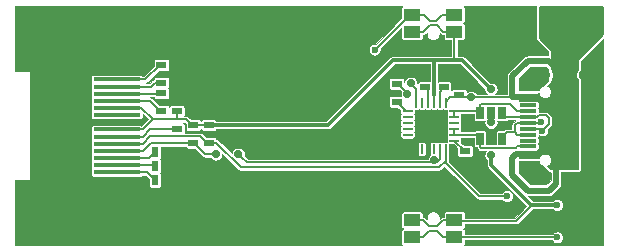
<source format=gbl>
G04 #@! TF.GenerationSoftware,KiCad,Pcbnew,5.1.4+dfsg1-1*
G04 #@! TF.CreationDate,2020-04-13T21:52:35+02:00*
G04 #@! TF.ProjectId,OtterIron_PRO_Top,4f747465-7249-4726-9f6e-5f50524f5f54,rev?*
G04 #@! TF.SameCoordinates,Original*
G04 #@! TF.FileFunction,Copper,L2,Bot*
G04 #@! TF.FilePolarity,Positive*
%FSLAX46Y46*%
G04 Gerber Fmt 4.6, Leading zero omitted, Abs format (unit mm)*
G04 Created by KiCad (PCBNEW 5.1.4+dfsg1-1) date 2020-04-13 21:52:35*
%MOMM*%
%LPD*%
G04 APERTURE LIST*
%ADD10R,0.900000X0.600000*%
%ADD11R,4.000000X0.320000*%
%ADD12R,0.600000X0.900000*%
%ADD13R,0.250000X0.825000*%
%ADD14R,0.825000X0.250000*%
%ADD15R,2.650000X2.650000*%
%ADD16R,0.650000X1.060000*%
%ADD17R,1.400000X1.050000*%
%ADD18R,1.450000X0.600000*%
%ADD19O,2.100000X1.000000*%
%ADD20O,1.600000X1.000000*%
%ADD21R,1.450000X0.300000*%
%ADD22C,0.700000*%
%ADD23C,0.600000*%
%ADD24C,0.154000*%
%ADD25C,0.800000*%
%ADD26C,0.500000*%
%ADD27C,0.200000*%
%ADD28C,0.300000*%
%ADD29C,0.100000*%
%ADD30C,0.254000*%
G04 APERTURE END LIST*
D10*
X66500000Y-109950000D03*
X66500000Y-111450000D03*
D11*
X58700000Y-106069223D03*
X58700000Y-106675376D03*
X58700000Y-107281529D03*
X58700000Y-107887682D03*
X58700000Y-108493835D03*
X58700000Y-109099988D03*
X58700000Y-109706141D03*
X58700000Y-110312294D03*
X58700000Y-110918447D03*
X58700000Y-111524600D03*
X58700000Y-112130753D03*
X58700000Y-112736906D03*
X58700000Y-113343059D03*
X58700000Y-113949223D03*
D10*
X63800000Y-108750000D03*
X63800000Y-110250000D03*
X82400000Y-106450000D03*
X82400000Y-107950000D03*
X65200000Y-109950000D03*
X65200000Y-111450000D03*
D12*
X63450000Y-112200000D03*
X61950000Y-112200000D03*
D10*
X88200000Y-112150000D03*
X88200000Y-113650000D03*
X87700000Y-107350000D03*
X87700000Y-105850000D03*
X86400000Y-105250000D03*
X86400000Y-106750000D03*
X84800000Y-106750000D03*
X84800000Y-105250000D03*
D12*
X63450000Y-114600000D03*
X61950000Y-114600000D03*
D10*
X62500000Y-104850000D03*
X62500000Y-106350000D03*
D12*
X63450000Y-113400000D03*
X61950000Y-113400000D03*
D10*
X62500000Y-108750000D03*
X62500000Y-107250000D03*
D13*
X86550000Y-108037500D03*
X86050000Y-108037500D03*
X85550000Y-108037500D03*
X85050000Y-108037500D03*
X84550000Y-108037500D03*
X84050000Y-108037500D03*
D14*
X83337500Y-108750000D03*
X83337500Y-109250000D03*
X83337500Y-109750000D03*
X83337500Y-110250000D03*
X83337500Y-110750000D03*
X83337500Y-111250000D03*
D13*
X84050000Y-111962500D03*
X84550000Y-111962500D03*
X85050000Y-111962500D03*
X85550000Y-111962500D03*
X86050000Y-111962500D03*
X86550000Y-111962500D03*
D14*
X87262500Y-111250000D03*
X87262500Y-110750000D03*
X87262500Y-110250000D03*
X87262500Y-109750000D03*
X87262500Y-109250000D03*
X87262500Y-108750000D03*
D15*
X85300000Y-110000000D03*
D16*
X90400000Y-108900000D03*
X91350000Y-108900000D03*
X89450000Y-108900000D03*
X89450000Y-111100000D03*
X90400000Y-111100000D03*
X91350000Y-111100000D03*
D17*
X87300000Y-119420000D03*
X83700000Y-119420000D03*
X87300000Y-117980000D03*
X83700000Y-117980000D03*
X83700000Y-100580000D03*
X87300000Y-100580000D03*
X83700000Y-102020000D03*
X87300000Y-102020000D03*
D18*
X93500000Y-107600000D03*
X93500000Y-112400000D03*
X93500000Y-113200000D03*
X93500000Y-106800000D03*
D19*
X94415000Y-105680000D03*
X94415000Y-114320000D03*
D20*
X98595000Y-105680000D03*
X98595000Y-114320000D03*
D18*
X93500000Y-113200000D03*
X93500000Y-112400000D03*
D21*
X93500000Y-111750000D03*
X93500000Y-111250000D03*
X93500000Y-110750000D03*
X93500000Y-110250000D03*
X93500000Y-109750000D03*
X93500000Y-109250000D03*
X93500000Y-108750000D03*
X93500000Y-108250000D03*
D18*
X93500000Y-107600000D03*
X93500000Y-106800000D03*
D22*
X84400000Y-110900000D03*
X86200000Y-110900000D03*
X86200000Y-109100000D03*
X84400000Y-109100000D03*
X89400000Y-110000000D03*
X89500000Y-113500000D03*
X89000000Y-106500000D03*
X83500000Y-105500000D03*
X82500000Y-105500000D03*
X91250000Y-106000000D03*
X82000000Y-111500000D03*
X82000000Y-109500000D03*
X82500000Y-103500000D03*
D23*
X86100000Y-114250000D03*
X84750000Y-114300000D03*
X97400000Y-102100000D03*
X97450000Y-103050000D03*
X98850000Y-102300000D03*
D22*
X88700000Y-107600000D03*
X83300000Y-107300000D03*
D23*
X96300000Y-102200000D03*
X95200000Y-102300000D03*
X96200000Y-103500000D03*
X97600000Y-103950000D03*
D22*
X90400000Y-109700000D03*
X90400000Y-106900000D03*
X90400000Y-112500000D03*
D23*
X96000002Y-116700000D03*
X94635348Y-109654756D03*
X94750000Y-110400000D03*
X91750000Y-115960979D03*
D22*
X67100000Y-112400000D03*
X85600000Y-112879002D03*
X69000002Y-112400000D03*
X83600000Y-106400000D03*
D23*
X80550000Y-103550000D03*
X96000000Y-119450000D03*
D24*
X85050000Y-110250000D02*
X85300000Y-110000000D01*
X85050000Y-111962500D02*
X85050000Y-110250000D01*
X84050000Y-111962500D02*
X84050000Y-111250000D01*
X83337500Y-111250000D02*
X84050000Y-111250000D01*
X89620802Y-110000000D02*
X89400000Y-110000000D01*
X90400000Y-111100000D02*
X90400000Y-110779198D01*
X90400000Y-110779198D02*
X89620802Y-110000000D01*
D25*
X98595000Y-105680000D02*
X98595000Y-114320000D01*
D24*
X86550000Y-107950000D02*
X86550000Y-108037500D01*
X86900000Y-107600000D02*
X86550000Y-107950000D01*
X87700000Y-107600000D02*
X86900000Y-107600000D01*
X93500000Y-107600000D02*
X88700000Y-107600000D01*
X88700000Y-107600000D02*
X87700000Y-107600000D01*
X82550000Y-106450000D02*
X83300000Y-107200000D01*
X82400000Y-106450000D02*
X82550000Y-106450000D01*
X83300000Y-107200000D02*
X83300000Y-107300000D01*
D26*
X92275000Y-107600000D02*
X92200000Y-107525000D01*
X93500000Y-107600000D02*
X92275000Y-107600000D01*
X92200000Y-107525000D02*
X92200000Y-105800000D01*
X92200000Y-105800000D02*
X93500000Y-104500000D01*
X93500000Y-104500000D02*
X95300000Y-104500000D01*
X95300000Y-104500000D02*
X96000000Y-105200000D01*
X96000000Y-105200000D02*
X96000000Y-106700000D01*
X92547798Y-112400000D02*
X92200000Y-112747798D01*
X93500000Y-112400000D02*
X92547798Y-112400000D01*
X92200000Y-112747798D02*
X92200000Y-114200000D01*
X92200000Y-114200000D02*
X93500000Y-115500000D01*
X93500000Y-115500000D02*
X95300000Y-115500000D01*
X95300000Y-115500000D02*
X95900000Y-114900000D01*
X95900000Y-114900000D02*
X95900000Y-113400000D01*
D24*
X85800000Y-118500000D02*
X86320000Y-117980000D01*
X86320000Y-117980000D02*
X87300000Y-117980000D01*
X85137000Y-118500000D02*
X85800000Y-118500000D01*
X83700000Y-117980000D02*
X84617000Y-117980000D01*
X84617000Y-117980000D02*
X85137000Y-118500000D01*
X86320000Y-102020000D02*
X87300000Y-102020000D01*
X85800000Y-101500000D02*
X86320000Y-102020000D01*
X83700000Y-102020000D02*
X84680000Y-102020000D01*
X85200000Y-101500000D02*
X85800000Y-101500000D01*
X84680000Y-102020000D02*
X85200000Y-101500000D01*
D27*
X64550000Y-109450000D02*
X65050000Y-109950000D01*
X65050000Y-109950000D02*
X65200000Y-109950000D01*
X60900000Y-110312294D02*
X61762294Y-109450000D01*
X58700000Y-110312294D02*
X60900000Y-110312294D01*
X63800000Y-109400000D02*
X63750000Y-109450000D01*
X63800000Y-108750000D02*
X63800000Y-109400000D01*
X61762294Y-109450000D02*
X63750000Y-109450000D01*
X63750000Y-109450000D02*
X64550000Y-109450000D01*
X65200000Y-109950000D02*
X66500000Y-109950000D01*
X61753082Y-109450000D02*
X61762294Y-109450000D01*
X58700000Y-108493835D02*
X60796917Y-108493835D01*
X60796917Y-108493835D02*
X61753082Y-109450000D01*
X83550000Y-102170000D02*
X83700000Y-102020000D01*
X90400000Y-108900000D02*
X90400000Y-109700000D01*
D28*
X85550000Y-104450000D02*
X85554001Y-104454001D01*
X85554001Y-104454001D02*
X85554001Y-107395999D01*
D27*
X85550000Y-107400000D02*
X85550000Y-108037500D01*
X85554001Y-107395999D02*
X85550000Y-107400000D01*
D28*
X90400000Y-106900000D02*
X87950000Y-104450000D01*
D24*
X87300000Y-104400000D02*
X87350000Y-104450000D01*
X87300000Y-102020000D02*
X87300000Y-104400000D01*
D28*
X87950000Y-104450000D02*
X87350000Y-104450000D01*
X87350000Y-104450000D02*
X85550000Y-104450000D01*
X90400000Y-112500000D02*
X90400000Y-113324264D01*
X93775736Y-116700000D02*
X95575738Y-116700000D01*
X95575738Y-116700000D02*
X96000002Y-116700000D01*
X90400000Y-113324264D02*
X93775736Y-116700000D01*
D24*
X87475000Y-117980000D02*
X87300000Y-117980000D01*
X87545000Y-118050000D02*
X87475000Y-117980000D01*
X92550000Y-118050000D02*
X87545000Y-118050000D01*
X96000002Y-116700000D02*
X93900000Y-116700000D01*
X93900000Y-116700000D02*
X92550000Y-118050000D01*
D28*
X82100000Y-104450000D02*
X85550000Y-104450000D01*
X66500000Y-109950000D02*
X76600000Y-109950000D01*
X76600000Y-109950000D02*
X82100000Y-104450000D01*
D27*
X58700000Y-107887682D02*
X61487682Y-107887682D01*
X62350000Y-108750000D02*
X62500000Y-108750000D01*
X61487682Y-107887682D02*
X62350000Y-108750000D01*
X62468471Y-107281529D02*
X62500000Y-107250000D01*
X58700000Y-107281529D02*
X62468471Y-107281529D01*
X61893059Y-113343059D02*
X61950000Y-113400000D01*
X58700000Y-113343059D02*
X61893059Y-113343059D01*
X62350000Y-104850000D02*
X62500000Y-104850000D01*
X58700000Y-106069223D02*
X61130777Y-106069223D01*
X61130777Y-106069223D02*
X62350000Y-104850000D01*
X61950000Y-106350000D02*
X62500000Y-106350000D01*
X58700000Y-106675376D02*
X61624624Y-106675376D01*
X61624624Y-106675376D02*
X61950000Y-106350000D01*
X61299223Y-113949223D02*
X61950000Y-114600000D01*
X58700000Y-113949223D02*
X61299223Y-113949223D01*
D24*
X85050000Y-107000000D02*
X84800000Y-106750000D01*
X85050000Y-108037500D02*
X85050000Y-107000000D01*
X86050000Y-107100000D02*
X86400000Y-106750000D01*
X86050000Y-108037500D02*
X86050000Y-107100000D01*
X89450000Y-111784000D02*
X89450000Y-111100000D01*
X89527001Y-111861001D02*
X89450000Y-111784000D01*
X92621000Y-111750000D02*
X92509999Y-111861001D01*
X92509999Y-111861001D02*
X89527001Y-111861001D01*
X93500000Y-111750000D02*
X92621000Y-111750000D01*
X89100000Y-110750000D02*
X89450000Y-111100000D01*
X87262500Y-110750000D02*
X89100000Y-110750000D01*
X87262500Y-110250000D02*
X87262500Y-110750000D01*
X94540104Y-109750000D02*
X94635348Y-109654756D01*
X93500000Y-109750000D02*
X94540104Y-109750000D01*
X92621000Y-110750000D02*
X92400000Y-110529000D01*
X93500000Y-110750000D02*
X92621000Y-110750000D01*
X92621000Y-109750000D02*
X93500000Y-109750000D01*
X92400000Y-109971000D02*
X92621000Y-109750000D01*
X92400000Y-110529000D02*
X92400000Y-109971000D01*
X91350000Y-110900000D02*
X91350000Y-111100000D01*
X92400000Y-110529000D02*
X91721000Y-110529000D01*
X91721000Y-110529000D02*
X91350000Y-110900000D01*
X91350000Y-109105000D02*
X91350000Y-108900000D01*
X94600000Y-110250000D02*
X93500000Y-110250000D01*
X94750000Y-110400000D02*
X94600000Y-110250000D01*
X93500000Y-109250000D02*
X92621000Y-109250000D01*
X94750000Y-110400000D02*
X95300000Y-109850000D01*
X95300000Y-109850000D02*
X95300000Y-109350000D01*
X95300000Y-109350000D02*
X95050000Y-109100000D01*
X94290802Y-109250000D02*
X93500000Y-109250000D01*
X94440802Y-109100000D02*
X94290802Y-109250000D01*
X95050000Y-109100000D02*
X94440802Y-109100000D01*
X91600000Y-109250000D02*
X92600000Y-109250000D01*
X91500000Y-108900000D02*
X91500000Y-109150000D01*
X91500000Y-109150000D02*
X91600000Y-109250000D01*
X89300000Y-108750000D02*
X89450000Y-108900000D01*
X87262500Y-108750000D02*
X89300000Y-108750000D01*
X92009999Y-108138999D02*
X89527001Y-108138999D01*
X89450000Y-108216000D02*
X89450000Y-108900000D01*
X89527001Y-108138999D02*
X89450000Y-108216000D01*
X92621000Y-108750000D02*
X92009999Y-108138999D01*
X93500000Y-108750000D02*
X92621000Y-108750000D01*
X87262500Y-109250000D02*
X87262500Y-108750000D01*
D27*
X60900000Y-110918447D02*
X61568447Y-110250000D01*
X63150000Y-110250000D02*
X63800000Y-110250000D01*
X61568447Y-110250000D02*
X63150000Y-110250000D01*
X58700000Y-110918447D02*
X60900000Y-110918447D01*
X66350000Y-111450000D02*
X66500000Y-111450000D01*
X61546152Y-110895999D02*
X65795999Y-110895999D01*
X60917551Y-111524600D02*
X61546152Y-110895999D01*
X65795999Y-110895999D02*
X66350000Y-111450000D01*
X58700000Y-111524600D02*
X60917551Y-111524600D01*
X86550000Y-112950000D02*
X86550000Y-111962500D01*
D24*
X86550000Y-112950000D02*
X86550000Y-113165802D01*
X86550000Y-113165802D02*
X89345177Y-115960979D01*
X91325736Y-115960979D02*
X91750000Y-115960979D01*
X89345177Y-115960979D02*
X91325736Y-115960979D01*
D27*
X86000000Y-113500000D02*
X86550000Y-112950000D01*
X69200000Y-113500000D02*
X86000000Y-113500000D01*
X66500000Y-111450000D02*
X67150000Y-111450000D01*
X67150000Y-111450000D02*
X69200000Y-113500000D01*
X61580753Y-111450000D02*
X64550000Y-111450000D01*
X60900000Y-112130753D02*
X61580753Y-111450000D01*
X64550000Y-111450000D02*
X65200000Y-111450000D01*
X58700000Y-112130753D02*
X60900000Y-112130753D01*
X65250000Y-111450000D02*
X65200000Y-111450000D01*
X67100000Y-112400000D02*
X66200000Y-112400000D01*
X66200000Y-112400000D02*
X65250000Y-111450000D01*
X86050000Y-111962500D02*
X86050000Y-112850000D01*
X86050000Y-112850000D02*
X85800000Y-113100000D01*
D24*
X85800000Y-113100000D02*
X85800000Y-113079002D01*
X85800000Y-113079002D02*
X85600000Y-112879002D01*
D27*
X69700002Y-113100000D02*
X69350001Y-112749999D01*
X85800000Y-113100000D02*
X69700002Y-113100000D01*
X69350001Y-112749999D02*
X69000002Y-112400000D01*
X61413094Y-112736906D02*
X61950000Y-112200000D01*
X58700000Y-112736906D02*
X61413094Y-112736906D01*
D24*
X84050000Y-108037500D02*
X84050000Y-106850000D01*
X84050000Y-106850000D02*
X83600000Y-106400000D01*
X87300000Y-111250000D02*
X88200000Y-112150000D01*
X87262500Y-111250000D02*
X87300000Y-111250000D01*
D27*
X83200000Y-108750000D02*
X82400000Y-107950000D01*
X83337500Y-108750000D02*
X83200000Y-108750000D01*
D24*
X86283000Y-100580000D02*
X87300000Y-100580000D01*
X85763000Y-101100000D02*
X86283000Y-100580000D01*
X85237000Y-101100000D02*
X85763000Y-101100000D01*
X83700000Y-100580000D02*
X84717000Y-100580000D01*
X84717000Y-100580000D02*
X85237000Y-101100000D01*
X80555000Y-103550000D02*
X80550000Y-103550000D01*
X83700000Y-100580000D02*
X83525000Y-100580000D01*
X83525000Y-100580000D02*
X80555000Y-103550000D01*
X86320000Y-119420000D02*
X87300000Y-119420000D01*
X85800000Y-118900000D02*
X86320000Y-119420000D01*
X83700000Y-119420000D02*
X84617000Y-119420000D01*
X85137000Y-118900000D02*
X85800000Y-118900000D01*
X84617000Y-119420000D02*
X85137000Y-118900000D01*
X87300000Y-119420000D02*
X95970000Y-119420000D01*
X95970000Y-119420000D02*
X96000000Y-119450000D01*
D29*
G36*
X95196000Y-105166710D02*
G01*
X95196000Y-106215500D01*
X94815007Y-106596493D01*
X94790696Y-106601329D01*
X94694424Y-106641206D01*
X94607782Y-106699099D01*
X94534099Y-106772782D01*
X94476206Y-106859424D01*
X94436329Y-106955696D01*
X94431493Y-106980007D01*
X94415500Y-106996000D01*
X92750000Y-106996000D01*
X92750000Y-106020710D01*
X93720710Y-105050000D01*
X95079290Y-105050000D01*
X95196000Y-105166710D01*
X95196000Y-105166710D01*
G37*
X95196000Y-105166710D02*
X95196000Y-106215500D01*
X94815007Y-106596493D01*
X94790696Y-106601329D01*
X94694424Y-106641206D01*
X94607782Y-106699099D01*
X94534099Y-106772782D01*
X94476206Y-106859424D01*
X94436329Y-106955696D01*
X94431493Y-106980007D01*
X94415500Y-106996000D01*
X92750000Y-106996000D01*
X92750000Y-106020710D01*
X93720710Y-105050000D01*
X95079290Y-105050000D01*
X95196000Y-105166710D01*
G36*
X94431493Y-113019993D02*
G01*
X94436329Y-113044304D01*
X94476206Y-113140576D01*
X94534099Y-113227218D01*
X94607782Y-113300901D01*
X94694424Y-113358794D01*
X94790696Y-113398671D01*
X94815007Y-113403507D01*
X95255750Y-113844250D01*
X95286664Y-113869620D01*
X95312971Y-113883681D01*
X95446001Y-114016711D01*
X95446000Y-114583290D01*
X95079290Y-114950000D01*
X93720710Y-114950000D01*
X92750000Y-113979290D01*
X92750000Y-113004000D01*
X94415500Y-113004000D01*
X94431493Y-113019993D01*
X94431493Y-113019993D01*
G37*
X94431493Y-113019993D02*
X94436329Y-113044304D01*
X94476206Y-113140576D01*
X94534099Y-113227218D01*
X94607782Y-113300901D01*
X94694424Y-113358794D01*
X94790696Y-113398671D01*
X94815007Y-113403507D01*
X95255750Y-113844250D01*
X95286664Y-113869620D01*
X95312971Y-113883681D01*
X95446001Y-114016711D01*
X95446000Y-114583290D01*
X95079290Y-114950000D01*
X93720710Y-114950000D01*
X92750000Y-113979290D01*
X92750000Y-113004000D01*
X94415500Y-113004000D01*
X94431493Y-113019993D01*
G36*
X97750000Y-113650000D02*
G01*
X95420710Y-113650000D01*
X95148856Y-113378146D01*
X95195576Y-113358794D01*
X95282218Y-113300901D01*
X95355901Y-113227218D01*
X95413794Y-113140576D01*
X95453671Y-113044304D01*
X95474000Y-112942102D01*
X95474000Y-112837898D01*
X95453671Y-112735696D01*
X95413794Y-112639424D01*
X95355901Y-112552782D01*
X95282218Y-112479099D01*
X95195576Y-112421206D01*
X95099304Y-112381329D01*
X94997102Y-112361000D01*
X94892898Y-112361000D01*
X94790696Y-112381329D01*
X94694424Y-112421206D01*
X94607782Y-112479099D01*
X94534099Y-112552782D01*
X94476206Y-112639424D01*
X94436329Y-112735696D01*
X94433484Y-112750000D01*
X94363792Y-112750000D01*
X94338885Y-112729560D01*
X94303445Y-112710617D01*
X94264991Y-112698952D01*
X94225000Y-112695013D01*
X92775000Y-112695013D01*
X92750000Y-112697475D01*
X92750000Y-112102525D01*
X92775000Y-112104987D01*
X94225000Y-112104987D01*
X94264991Y-112101048D01*
X94303445Y-112089383D01*
X94338885Y-112070440D01*
X94369948Y-112044948D01*
X94395440Y-112013885D01*
X94414383Y-111978445D01*
X94426048Y-111939991D01*
X94429987Y-111900000D01*
X94429987Y-111600000D01*
X94426048Y-111560009D01*
X94414383Y-111521555D01*
X94402862Y-111500000D01*
X94414383Y-111478445D01*
X94426048Y-111439991D01*
X94429987Y-111400000D01*
X94429987Y-111100000D01*
X94426048Y-111060009D01*
X94414383Y-111021555D01*
X94402862Y-111000000D01*
X94414383Y-110978445D01*
X94426048Y-110939991D01*
X94429987Y-110900000D01*
X94429987Y-110792331D01*
X94511266Y-110846639D01*
X94602989Y-110884632D01*
X94700360Y-110904000D01*
X94799640Y-110904000D01*
X94897011Y-110884632D01*
X94988734Y-110846639D01*
X95071282Y-110791483D01*
X95141483Y-110721282D01*
X95196639Y-110638734D01*
X95234632Y-110547011D01*
X95254000Y-110449640D01*
X95254000Y-110350360D01*
X95244549Y-110302845D01*
X95488940Y-110058454D01*
X95499658Y-110049658D01*
X95519004Y-110026085D01*
X95534773Y-110006871D01*
X95555015Y-109969000D01*
X95560866Y-109958054D01*
X95576934Y-109905086D01*
X95581000Y-109863799D01*
X95581000Y-109863790D01*
X95582358Y-109850001D01*
X95581000Y-109836212D01*
X95581000Y-109363788D01*
X95582358Y-109349999D01*
X95581000Y-109336210D01*
X95581000Y-109336201D01*
X95576934Y-109294914D01*
X95560866Y-109241946D01*
X95542750Y-109208054D01*
X95534773Y-109193129D01*
X95508454Y-109161060D01*
X95499658Y-109150342D01*
X95488940Y-109141546D01*
X95258458Y-108911065D01*
X95249658Y-108900342D01*
X95206870Y-108865227D01*
X95158054Y-108839134D01*
X95105086Y-108823066D01*
X95063799Y-108819000D01*
X95063797Y-108819000D01*
X95050000Y-108817641D01*
X95036203Y-108819000D01*
X94454598Y-108819000D01*
X94440801Y-108817641D01*
X94429987Y-108818706D01*
X94429987Y-108600000D01*
X94426048Y-108560009D01*
X94414383Y-108521555D01*
X94402862Y-108500000D01*
X94414383Y-108478445D01*
X94426048Y-108439991D01*
X94429987Y-108400000D01*
X94429987Y-108100000D01*
X94426048Y-108060009D01*
X94414383Y-108021555D01*
X94395440Y-107986115D01*
X94369948Y-107955052D01*
X94338885Y-107929560D01*
X94303445Y-107910617D01*
X94264991Y-107898952D01*
X94225000Y-107895013D01*
X92775000Y-107895013D01*
X92750000Y-107897475D01*
X92750000Y-107302525D01*
X92775000Y-107304987D01*
X94225000Y-107304987D01*
X94264991Y-107301048D01*
X94303445Y-107289383D01*
X94338885Y-107270440D01*
X94363792Y-107250000D01*
X94433484Y-107250000D01*
X94436329Y-107264304D01*
X94476206Y-107360576D01*
X94534099Y-107447218D01*
X94607782Y-107520901D01*
X94694424Y-107578794D01*
X94790696Y-107618671D01*
X94892898Y-107639000D01*
X94997102Y-107639000D01*
X95099304Y-107618671D01*
X95195576Y-107578794D01*
X95282218Y-107520901D01*
X95355901Y-107447218D01*
X95413794Y-107360576D01*
X95453671Y-107264304D01*
X95474000Y-107162102D01*
X95474000Y-107057898D01*
X95453671Y-106955696D01*
X95413794Y-106859424D01*
X95355901Y-106772782D01*
X95282218Y-106699099D01*
X95195576Y-106641206D01*
X95148856Y-106621854D01*
X95420710Y-106350000D01*
X97750000Y-106350000D01*
X97750000Y-113650000D01*
X97750000Y-113650000D01*
G37*
X97750000Y-113650000D02*
X95420710Y-113650000D01*
X95148856Y-113378146D01*
X95195576Y-113358794D01*
X95282218Y-113300901D01*
X95355901Y-113227218D01*
X95413794Y-113140576D01*
X95453671Y-113044304D01*
X95474000Y-112942102D01*
X95474000Y-112837898D01*
X95453671Y-112735696D01*
X95413794Y-112639424D01*
X95355901Y-112552782D01*
X95282218Y-112479099D01*
X95195576Y-112421206D01*
X95099304Y-112381329D01*
X94997102Y-112361000D01*
X94892898Y-112361000D01*
X94790696Y-112381329D01*
X94694424Y-112421206D01*
X94607782Y-112479099D01*
X94534099Y-112552782D01*
X94476206Y-112639424D01*
X94436329Y-112735696D01*
X94433484Y-112750000D01*
X94363792Y-112750000D01*
X94338885Y-112729560D01*
X94303445Y-112710617D01*
X94264991Y-112698952D01*
X94225000Y-112695013D01*
X92775000Y-112695013D01*
X92750000Y-112697475D01*
X92750000Y-112102525D01*
X92775000Y-112104987D01*
X94225000Y-112104987D01*
X94264991Y-112101048D01*
X94303445Y-112089383D01*
X94338885Y-112070440D01*
X94369948Y-112044948D01*
X94395440Y-112013885D01*
X94414383Y-111978445D01*
X94426048Y-111939991D01*
X94429987Y-111900000D01*
X94429987Y-111600000D01*
X94426048Y-111560009D01*
X94414383Y-111521555D01*
X94402862Y-111500000D01*
X94414383Y-111478445D01*
X94426048Y-111439991D01*
X94429987Y-111400000D01*
X94429987Y-111100000D01*
X94426048Y-111060009D01*
X94414383Y-111021555D01*
X94402862Y-111000000D01*
X94414383Y-110978445D01*
X94426048Y-110939991D01*
X94429987Y-110900000D01*
X94429987Y-110792331D01*
X94511266Y-110846639D01*
X94602989Y-110884632D01*
X94700360Y-110904000D01*
X94799640Y-110904000D01*
X94897011Y-110884632D01*
X94988734Y-110846639D01*
X95071282Y-110791483D01*
X95141483Y-110721282D01*
X95196639Y-110638734D01*
X95234632Y-110547011D01*
X95254000Y-110449640D01*
X95254000Y-110350360D01*
X95244549Y-110302845D01*
X95488940Y-110058454D01*
X95499658Y-110049658D01*
X95519004Y-110026085D01*
X95534773Y-110006871D01*
X95555015Y-109969000D01*
X95560866Y-109958054D01*
X95576934Y-109905086D01*
X95581000Y-109863799D01*
X95581000Y-109863790D01*
X95582358Y-109850001D01*
X95581000Y-109836212D01*
X95581000Y-109363788D01*
X95582358Y-109349999D01*
X95581000Y-109336210D01*
X95581000Y-109336201D01*
X95576934Y-109294914D01*
X95560866Y-109241946D01*
X95542750Y-109208054D01*
X95534773Y-109193129D01*
X95508454Y-109161060D01*
X95499658Y-109150342D01*
X95488940Y-109141546D01*
X95258458Y-108911065D01*
X95249658Y-108900342D01*
X95206870Y-108865227D01*
X95158054Y-108839134D01*
X95105086Y-108823066D01*
X95063799Y-108819000D01*
X95063797Y-108819000D01*
X95050000Y-108817641D01*
X95036203Y-108819000D01*
X94454598Y-108819000D01*
X94440801Y-108817641D01*
X94429987Y-108818706D01*
X94429987Y-108600000D01*
X94426048Y-108560009D01*
X94414383Y-108521555D01*
X94402862Y-108500000D01*
X94414383Y-108478445D01*
X94426048Y-108439991D01*
X94429987Y-108400000D01*
X94429987Y-108100000D01*
X94426048Y-108060009D01*
X94414383Y-108021555D01*
X94395440Y-107986115D01*
X94369948Y-107955052D01*
X94338885Y-107929560D01*
X94303445Y-107910617D01*
X94264991Y-107898952D01*
X94225000Y-107895013D01*
X92775000Y-107895013D01*
X92750000Y-107897475D01*
X92750000Y-107302525D01*
X92775000Y-107304987D01*
X94225000Y-107304987D01*
X94264991Y-107301048D01*
X94303445Y-107289383D01*
X94338885Y-107270440D01*
X94363792Y-107250000D01*
X94433484Y-107250000D01*
X94436329Y-107264304D01*
X94476206Y-107360576D01*
X94534099Y-107447218D01*
X94607782Y-107520901D01*
X94694424Y-107578794D01*
X94790696Y-107618671D01*
X94892898Y-107639000D01*
X94997102Y-107639000D01*
X95099304Y-107618671D01*
X95195576Y-107578794D01*
X95282218Y-107520901D01*
X95355901Y-107447218D01*
X95413794Y-107360576D01*
X95453671Y-107264304D01*
X95474000Y-107162102D01*
X95474000Y-107057898D01*
X95453671Y-106955696D01*
X95413794Y-106859424D01*
X95355901Y-106772782D01*
X95282218Y-106699099D01*
X95195576Y-106641206D01*
X95148856Y-106621854D01*
X95420710Y-106350000D01*
X97750000Y-106350000D01*
X97750000Y-113650000D01*
G36*
X82886115Y-99884560D02*
G01*
X82855052Y-99910052D01*
X82829560Y-99941115D01*
X82810617Y-99976555D01*
X82798952Y-100015009D01*
X82795013Y-100055000D01*
X82795013Y-100912593D01*
X80651326Y-103056281D01*
X80599640Y-103046000D01*
X80500360Y-103046000D01*
X80402989Y-103065368D01*
X80311266Y-103103361D01*
X80228718Y-103158517D01*
X80158517Y-103228718D01*
X80103361Y-103311266D01*
X80065368Y-103402989D01*
X80046000Y-103500360D01*
X80046000Y-103599640D01*
X80065368Y-103697011D01*
X80103361Y-103788734D01*
X80158517Y-103871282D01*
X80228718Y-103941483D01*
X80311266Y-103996639D01*
X80402989Y-104034632D01*
X80500360Y-104054000D01*
X80599640Y-104054000D01*
X80697011Y-104034632D01*
X80788734Y-103996639D01*
X80871282Y-103941483D01*
X80941483Y-103871282D01*
X80996639Y-103788734D01*
X81034632Y-103697011D01*
X81054000Y-103599640D01*
X81054000Y-103500360D01*
X81045378Y-103457015D01*
X82795013Y-101707381D01*
X82795013Y-102545000D01*
X82798952Y-102584991D01*
X82810617Y-102623445D01*
X82829560Y-102658885D01*
X82855052Y-102689948D01*
X82886115Y-102715440D01*
X82921555Y-102734383D01*
X82960009Y-102746048D01*
X83000000Y-102749987D01*
X84400000Y-102749987D01*
X84439991Y-102746048D01*
X84478445Y-102734383D01*
X84513885Y-102715440D01*
X84544948Y-102689948D01*
X84570440Y-102658885D01*
X84589383Y-102623445D01*
X84601048Y-102584991D01*
X84604987Y-102545000D01*
X84604987Y-102301000D01*
X84666203Y-102301000D01*
X84680000Y-102302359D01*
X84693797Y-102301000D01*
X84693799Y-102301000D01*
X84735086Y-102296934D01*
X84788054Y-102280866D01*
X84836870Y-102254773D01*
X84879658Y-102219658D01*
X84888458Y-102208935D01*
X84946000Y-102151393D01*
X84946000Y-102254564D01*
X84967289Y-102361596D01*
X85009051Y-102462418D01*
X85069680Y-102553155D01*
X85146845Y-102630320D01*
X85237582Y-102690949D01*
X85338404Y-102732711D01*
X85445436Y-102754000D01*
X85554564Y-102754000D01*
X85661596Y-102732711D01*
X85762418Y-102690949D01*
X85853155Y-102630320D01*
X85930320Y-102553155D01*
X85990949Y-102462418D01*
X86032711Y-102361596D01*
X86054000Y-102254564D01*
X86054000Y-102151394D01*
X86111546Y-102208940D01*
X86120342Y-102219658D01*
X86131060Y-102228454D01*
X86163129Y-102254773D01*
X86189222Y-102268720D01*
X86211946Y-102280866D01*
X86264914Y-102296934D01*
X86306201Y-102301000D01*
X86306202Y-102301000D01*
X86319999Y-102302359D01*
X86333796Y-102301000D01*
X86395013Y-102301000D01*
X86395013Y-102545000D01*
X86398952Y-102584991D01*
X86410617Y-102623445D01*
X86429560Y-102658885D01*
X86455052Y-102689948D01*
X86486115Y-102715440D01*
X86521555Y-102734383D01*
X86560009Y-102746048D01*
X86600000Y-102749987D01*
X87019000Y-102749987D01*
X87019001Y-104096000D01*
X85567374Y-104096000D01*
X85550000Y-104094289D01*
X85532626Y-104096000D01*
X82117374Y-104096000D01*
X82100000Y-104094289D01*
X82082626Y-104096000D01*
X82082618Y-104096000D01*
X82030604Y-104101123D01*
X81963875Y-104121365D01*
X81902377Y-104154236D01*
X81891444Y-104163209D01*
X81861975Y-104187393D01*
X81861971Y-104187397D01*
X81848474Y-104198474D01*
X81837397Y-104211971D01*
X76453370Y-109596000D01*
X67146798Y-109596000D01*
X67139383Y-109571555D01*
X67120440Y-109536115D01*
X67094948Y-109505052D01*
X67063885Y-109479560D01*
X67028445Y-109460617D01*
X66989991Y-109448952D01*
X66950000Y-109445013D01*
X66050000Y-109445013D01*
X66010009Y-109448952D01*
X65971555Y-109460617D01*
X65936115Y-109479560D01*
X65905052Y-109505052D01*
X65879560Y-109536115D01*
X65860617Y-109571555D01*
X65850000Y-109606554D01*
X65839383Y-109571555D01*
X65820440Y-109536115D01*
X65794948Y-109505052D01*
X65763885Y-109479560D01*
X65728445Y-109460617D01*
X65689991Y-109448952D01*
X65650000Y-109445013D01*
X64974933Y-109445013D01*
X64775519Y-109245599D01*
X64766000Y-109234000D01*
X64719710Y-109196011D01*
X64666898Y-109167783D01*
X64609594Y-109150400D01*
X64564924Y-109146000D01*
X64550000Y-109144530D01*
X64535076Y-109146000D01*
X64430000Y-109146000D01*
X64439383Y-109128445D01*
X64451048Y-109089991D01*
X64454987Y-109050000D01*
X64454987Y-108450000D01*
X64451048Y-108410009D01*
X64439383Y-108371555D01*
X64420440Y-108336115D01*
X64394948Y-108305052D01*
X64363885Y-108279560D01*
X64328445Y-108260617D01*
X64289991Y-108248952D01*
X64250000Y-108245013D01*
X63350000Y-108245013D01*
X63310009Y-108248952D01*
X63271555Y-108260617D01*
X63236115Y-108279560D01*
X63205052Y-108305052D01*
X63179560Y-108336115D01*
X63160617Y-108371555D01*
X63150000Y-108406554D01*
X63139383Y-108371555D01*
X63120440Y-108336115D01*
X63094948Y-108305052D01*
X63063885Y-108279560D01*
X63028445Y-108260617D01*
X62989991Y-108248952D01*
X62950000Y-108245013D01*
X62274934Y-108245013D01*
X61713201Y-107683281D01*
X61703682Y-107671682D01*
X61657392Y-107633693D01*
X61604580Y-107605465D01*
X61547276Y-107588082D01*
X61521357Y-107585529D01*
X61848513Y-107585529D01*
X61848952Y-107589991D01*
X61860617Y-107628445D01*
X61879560Y-107663885D01*
X61905052Y-107694948D01*
X61936115Y-107720440D01*
X61971555Y-107739383D01*
X62010009Y-107751048D01*
X62050000Y-107754987D01*
X62950000Y-107754987D01*
X62989991Y-107751048D01*
X63028445Y-107739383D01*
X63063885Y-107720440D01*
X63094948Y-107694948D01*
X63120440Y-107663885D01*
X63139383Y-107628445D01*
X63151048Y-107589991D01*
X63154987Y-107550000D01*
X63154987Y-106950000D01*
X63151048Y-106910009D01*
X63139383Y-106871555D01*
X63120440Y-106836115D01*
X63094948Y-106805052D01*
X63088792Y-106800000D01*
X63094948Y-106794948D01*
X63120440Y-106763885D01*
X63139383Y-106728445D01*
X63151048Y-106689991D01*
X63154987Y-106650000D01*
X63154987Y-106050000D01*
X63151048Y-106010009D01*
X63139383Y-105971555D01*
X63120440Y-105936115D01*
X63094948Y-105905052D01*
X63063885Y-105879560D01*
X63028445Y-105860617D01*
X62989991Y-105848952D01*
X62950000Y-105845013D01*
X62050000Y-105845013D01*
X62010009Y-105848952D01*
X61971555Y-105860617D01*
X61936115Y-105879560D01*
X61905052Y-105905052D01*
X61879560Y-105936115D01*
X61860617Y-105971555D01*
X61848952Y-106010009D01*
X61845013Y-106050000D01*
X61845013Y-106064170D01*
X61833102Y-106067783D01*
X61780290Y-106096011D01*
X61734000Y-106134000D01*
X61724485Y-106145594D01*
X61498704Y-106371376D01*
X61164452Y-106371376D01*
X61190371Y-106368823D01*
X61195428Y-106367289D01*
X61247675Y-106351440D01*
X61300487Y-106323212D01*
X61346777Y-106285223D01*
X61356296Y-106273624D01*
X62274934Y-105354987D01*
X62950000Y-105354987D01*
X62989991Y-105351048D01*
X63028445Y-105339383D01*
X63063885Y-105320440D01*
X63094948Y-105294948D01*
X63120440Y-105263885D01*
X63139383Y-105228445D01*
X63151048Y-105189991D01*
X63154987Y-105150000D01*
X63154987Y-104550000D01*
X63151048Y-104510009D01*
X63139383Y-104471555D01*
X63120440Y-104436115D01*
X63094948Y-104405052D01*
X63063885Y-104379560D01*
X63028445Y-104360617D01*
X62989991Y-104348952D01*
X62950000Y-104345013D01*
X62050000Y-104345013D01*
X62010009Y-104348952D01*
X61971555Y-104360617D01*
X61936115Y-104379560D01*
X61905052Y-104405052D01*
X61879560Y-104436115D01*
X61860617Y-104471555D01*
X61848952Y-104510009D01*
X61845013Y-104550000D01*
X61845013Y-104925066D01*
X61004857Y-105765223D01*
X60845726Y-105765223D01*
X60844948Y-105764275D01*
X60813885Y-105738783D01*
X60778445Y-105719840D01*
X60739991Y-105708175D01*
X60700000Y-105704236D01*
X56700000Y-105704236D01*
X56660009Y-105708175D01*
X56621555Y-105719840D01*
X56586115Y-105738783D01*
X56555052Y-105764275D01*
X56529560Y-105795338D01*
X56510617Y-105830778D01*
X56498952Y-105869232D01*
X56495013Y-105909223D01*
X56495013Y-106229223D01*
X56498952Y-106269214D01*
X56510617Y-106307668D01*
X56529560Y-106343108D01*
X56553516Y-106372299D01*
X56529560Y-106401491D01*
X56510617Y-106436931D01*
X56498952Y-106475385D01*
X56495013Y-106515376D01*
X56495013Y-106835376D01*
X56498952Y-106875367D01*
X56510617Y-106913821D01*
X56529560Y-106949261D01*
X56553516Y-106978452D01*
X56529560Y-107007644D01*
X56510617Y-107043084D01*
X56498952Y-107081538D01*
X56495013Y-107121529D01*
X56495013Y-107441529D01*
X56498952Y-107481520D01*
X56510617Y-107519974D01*
X56529560Y-107555414D01*
X56553516Y-107584605D01*
X56529560Y-107613797D01*
X56510617Y-107649237D01*
X56498952Y-107687691D01*
X56495013Y-107727682D01*
X56495013Y-108047682D01*
X56498952Y-108087673D01*
X56510617Y-108126127D01*
X56529560Y-108161567D01*
X56553516Y-108190758D01*
X56529560Y-108219950D01*
X56510617Y-108255390D01*
X56498952Y-108293844D01*
X56495013Y-108333835D01*
X56495013Y-108653835D01*
X56498952Y-108693826D01*
X56510617Y-108732280D01*
X56529560Y-108767720D01*
X56553516Y-108796911D01*
X56529560Y-108826103D01*
X56510617Y-108861543D01*
X56498952Y-108899997D01*
X56495013Y-108939988D01*
X56495013Y-109259988D01*
X56498952Y-109299979D01*
X56510617Y-109338433D01*
X56529560Y-109373873D01*
X56555052Y-109404936D01*
X56586115Y-109430428D01*
X56621555Y-109449371D01*
X56660009Y-109461036D01*
X56700000Y-109464975D01*
X60700000Y-109464975D01*
X60739991Y-109461036D01*
X60778445Y-109449371D01*
X60813885Y-109430428D01*
X60844948Y-109404936D01*
X60870440Y-109373873D01*
X60889383Y-109338433D01*
X60901048Y-109299979D01*
X60904987Y-109259988D01*
X60904987Y-109031825D01*
X61327767Y-109454606D01*
X60805175Y-109977199D01*
X60778445Y-109962911D01*
X60739991Y-109951246D01*
X60700000Y-109947307D01*
X56700000Y-109947307D01*
X56660009Y-109951246D01*
X56621555Y-109962911D01*
X56586115Y-109981854D01*
X56555052Y-110007346D01*
X56529560Y-110038409D01*
X56510617Y-110073849D01*
X56498952Y-110112303D01*
X56495013Y-110152294D01*
X56495013Y-110472294D01*
X56498952Y-110512285D01*
X56510617Y-110550739D01*
X56529560Y-110586179D01*
X56553516Y-110615370D01*
X56529560Y-110644562D01*
X56510617Y-110680002D01*
X56498952Y-110718456D01*
X56495013Y-110758447D01*
X56495013Y-111078447D01*
X56498952Y-111118438D01*
X56510617Y-111156892D01*
X56529560Y-111192332D01*
X56553516Y-111221524D01*
X56529560Y-111250715D01*
X56510617Y-111286155D01*
X56498952Y-111324609D01*
X56495013Y-111364600D01*
X56495013Y-111684600D01*
X56498952Y-111724591D01*
X56510617Y-111763045D01*
X56529560Y-111798485D01*
X56553516Y-111827677D01*
X56529560Y-111856868D01*
X56510617Y-111892308D01*
X56498952Y-111930762D01*
X56495013Y-111970753D01*
X56495013Y-112290753D01*
X56498952Y-112330744D01*
X56510617Y-112369198D01*
X56529560Y-112404638D01*
X56553516Y-112433829D01*
X56529560Y-112463021D01*
X56510617Y-112498461D01*
X56498952Y-112536915D01*
X56495013Y-112576906D01*
X56495013Y-112896906D01*
X56498952Y-112936897D01*
X56510617Y-112975351D01*
X56529560Y-113010791D01*
X56553516Y-113039982D01*
X56529560Y-113069174D01*
X56510617Y-113104614D01*
X56498952Y-113143068D01*
X56495013Y-113183059D01*
X56495013Y-113503059D01*
X56498952Y-113543050D01*
X56510617Y-113581504D01*
X56529560Y-113616944D01*
X56553521Y-113646141D01*
X56529560Y-113675338D01*
X56510617Y-113710778D01*
X56498952Y-113749232D01*
X56495013Y-113789223D01*
X56495013Y-114109223D01*
X56498952Y-114149214D01*
X56510617Y-114187668D01*
X56529560Y-114223108D01*
X56555052Y-114254171D01*
X56586115Y-114279663D01*
X56621555Y-114298606D01*
X56660009Y-114310271D01*
X56700000Y-114314210D01*
X60700000Y-114314210D01*
X60739991Y-114310271D01*
X60778445Y-114298606D01*
X60813885Y-114279663D01*
X60844948Y-114254171D01*
X60845726Y-114253223D01*
X61173303Y-114253223D01*
X61445013Y-114524934D01*
X61445013Y-115050000D01*
X61448952Y-115089991D01*
X61460617Y-115128445D01*
X61479560Y-115163885D01*
X61505052Y-115194948D01*
X61536115Y-115220440D01*
X61571555Y-115239383D01*
X61610009Y-115251048D01*
X61650000Y-115254987D01*
X62250000Y-115254987D01*
X62289991Y-115251048D01*
X62328445Y-115239383D01*
X62363885Y-115220440D01*
X62394948Y-115194948D01*
X62420440Y-115163885D01*
X62439383Y-115128445D01*
X62451048Y-115089991D01*
X62454987Y-115050000D01*
X62454987Y-114150000D01*
X62451048Y-114110009D01*
X62439383Y-114071555D01*
X62420440Y-114036115D01*
X62394948Y-114005052D01*
X62388792Y-114000000D01*
X62394948Y-113994948D01*
X62420440Y-113963885D01*
X62439383Y-113928445D01*
X62451048Y-113889991D01*
X62454987Y-113850000D01*
X62454987Y-112950000D01*
X62451048Y-112910009D01*
X62439383Y-112871555D01*
X62420440Y-112836115D01*
X62394948Y-112805052D01*
X62388792Y-112800000D01*
X62394948Y-112794948D01*
X62420440Y-112763885D01*
X62439383Y-112728445D01*
X62451048Y-112689991D01*
X62454987Y-112650000D01*
X62454987Y-111754000D01*
X64545407Y-111754000D01*
X64548952Y-111789991D01*
X64560617Y-111828445D01*
X64579560Y-111863885D01*
X64605052Y-111894948D01*
X64636115Y-111920440D01*
X64671555Y-111939383D01*
X64710009Y-111951048D01*
X64750000Y-111954987D01*
X65325067Y-111954987D01*
X65974485Y-112604406D01*
X65984000Y-112616000D01*
X66030290Y-112653989D01*
X66064706Y-112672384D01*
X66083101Y-112682217D01*
X66140405Y-112699600D01*
X66200000Y-112705470D01*
X66214924Y-112704000D01*
X66636835Y-112704000D01*
X66669680Y-112753155D01*
X66746845Y-112830320D01*
X66837582Y-112890949D01*
X66938404Y-112932711D01*
X67045436Y-112954000D01*
X67154564Y-112954000D01*
X67261596Y-112932711D01*
X67362418Y-112890949D01*
X67453155Y-112830320D01*
X67530320Y-112753155D01*
X67590949Y-112662418D01*
X67632711Y-112561596D01*
X67654000Y-112454564D01*
X67654000Y-112383920D01*
X68974486Y-113704407D01*
X68984000Y-113716000D01*
X69030290Y-113753989D01*
X69064706Y-113772384D01*
X69083101Y-113782217D01*
X69140405Y-113799600D01*
X69200000Y-113805470D01*
X69214924Y-113804000D01*
X85985076Y-113804000D01*
X86000000Y-113805470D01*
X86059594Y-113799600D01*
X86116898Y-113782217D01*
X86169710Y-113753989D01*
X86216000Y-113716000D01*
X86225519Y-113704401D01*
X86458362Y-113471558D01*
X89136723Y-116149919D01*
X89145519Y-116160637D01*
X89156237Y-116169433D01*
X89188306Y-116195752D01*
X89195717Y-116199713D01*
X89237123Y-116221845D01*
X89290091Y-116237913D01*
X89331378Y-116241979D01*
X89331387Y-116241979D01*
X89345176Y-116243337D01*
X89358965Y-116241979D01*
X91331602Y-116241979D01*
X91358517Y-116282261D01*
X91428718Y-116352462D01*
X91511266Y-116407618D01*
X91602989Y-116445611D01*
X91700360Y-116464979D01*
X91799640Y-116464979D01*
X91897011Y-116445611D01*
X91988734Y-116407618D01*
X92071282Y-116352462D01*
X92141483Y-116282261D01*
X92196639Y-116199713D01*
X92234632Y-116107990D01*
X92254000Y-116010619D01*
X92254000Y-115911339D01*
X92234632Y-115813968D01*
X92196639Y-115722245D01*
X92141483Y-115639697D01*
X92071282Y-115569496D01*
X91988734Y-115514340D01*
X91897011Y-115476347D01*
X91799640Y-115456979D01*
X91700360Y-115456979D01*
X91602989Y-115476347D01*
X91511266Y-115514340D01*
X91428718Y-115569496D01*
X91358517Y-115639697D01*
X91331602Y-115679979D01*
X89461571Y-115679979D01*
X86836004Y-113054413D01*
X86845255Y-113023917D01*
X86849600Y-113009595D01*
X86851168Y-112993676D01*
X86854000Y-112964924D01*
X86854000Y-112964917D01*
X86855469Y-112950001D01*
X86854000Y-112935085D01*
X86854000Y-112472870D01*
X86864383Y-112453445D01*
X86876048Y-112414991D01*
X86879987Y-112375000D01*
X86879987Y-111579987D01*
X87232594Y-111579987D01*
X87545013Y-111892406D01*
X87545013Y-112450000D01*
X87548952Y-112489991D01*
X87560617Y-112528445D01*
X87579560Y-112563885D01*
X87605052Y-112594948D01*
X87636115Y-112620440D01*
X87671555Y-112639383D01*
X87710009Y-112651048D01*
X87750000Y-112654987D01*
X88650000Y-112654987D01*
X88689991Y-112651048D01*
X88728445Y-112639383D01*
X88763885Y-112620440D01*
X88794948Y-112594948D01*
X88820440Y-112563885D01*
X88839383Y-112528445D01*
X88851048Y-112489991D01*
X88854987Y-112450000D01*
X88854987Y-111850000D01*
X88851048Y-111810009D01*
X88839383Y-111771555D01*
X88820440Y-111736115D01*
X88794948Y-111705052D01*
X88763885Y-111679560D01*
X88728445Y-111660617D01*
X88689991Y-111648952D01*
X88650000Y-111645013D01*
X88092407Y-111645013D01*
X87872868Y-111425474D01*
X87876048Y-111414991D01*
X87879987Y-111375000D01*
X87879987Y-111125000D01*
X87876048Y-111085009D01*
X87864383Y-111046555D01*
X87856069Y-111031000D01*
X88920013Y-111031000D01*
X88920013Y-111630000D01*
X88923952Y-111669991D01*
X88935617Y-111708445D01*
X88954560Y-111743885D01*
X88980052Y-111774948D01*
X89011115Y-111800440D01*
X89046555Y-111819383D01*
X89085009Y-111831048D01*
X89125000Y-111834987D01*
X89172662Y-111834987D01*
X89173066Y-111839085D01*
X89189134Y-111892053D01*
X89215227Y-111940870D01*
X89250342Y-111983658D01*
X89261065Y-111992458D01*
X89318543Y-112049936D01*
X89327343Y-112060659D01*
X89370131Y-112095774D01*
X89418947Y-112121867D01*
X89471915Y-112137935D01*
X89513202Y-112142001D01*
X89513204Y-112142001D01*
X89527001Y-112143360D01*
X89540798Y-112142001D01*
X89974524Y-112142001D01*
X89969680Y-112146845D01*
X89909051Y-112237582D01*
X89867289Y-112338404D01*
X89846000Y-112445436D01*
X89846000Y-112554564D01*
X89867289Y-112661596D01*
X89909051Y-112762418D01*
X89969680Y-112853155D01*
X90046001Y-112929476D01*
X90046001Y-113306880D01*
X90044289Y-113324264D01*
X90051123Y-113393660D01*
X90071125Y-113459594D01*
X90071366Y-113460389D01*
X90104237Y-113521887D01*
X90148475Y-113575790D01*
X90161977Y-113586871D01*
X93388856Y-116813751D01*
X92433607Y-117769000D01*
X88204987Y-117769000D01*
X88204987Y-117455000D01*
X88201048Y-117415009D01*
X88189383Y-117376555D01*
X88170440Y-117341115D01*
X88144948Y-117310052D01*
X88113885Y-117284560D01*
X88078445Y-117265617D01*
X88039991Y-117253952D01*
X88000000Y-117250013D01*
X86600000Y-117250013D01*
X86560009Y-117253952D01*
X86521555Y-117265617D01*
X86486115Y-117284560D01*
X86455052Y-117310052D01*
X86429560Y-117341115D01*
X86410617Y-117376555D01*
X86398952Y-117415009D01*
X86395013Y-117455000D01*
X86395013Y-117699000D01*
X86333796Y-117699000D01*
X86319999Y-117697641D01*
X86306202Y-117699000D01*
X86306201Y-117699000D01*
X86264914Y-117703066D01*
X86211946Y-117719134D01*
X86189222Y-117731280D01*
X86163129Y-117745227D01*
X86134162Y-117769000D01*
X86120342Y-117780342D01*
X86111546Y-117791060D01*
X86054000Y-117848606D01*
X86054000Y-117745436D01*
X86032711Y-117638404D01*
X85990949Y-117537582D01*
X85930320Y-117446845D01*
X85853155Y-117369680D01*
X85762418Y-117309051D01*
X85661596Y-117267289D01*
X85554564Y-117246000D01*
X85445436Y-117246000D01*
X85338404Y-117267289D01*
X85237582Y-117309051D01*
X85146845Y-117369680D01*
X85069680Y-117446845D01*
X85009051Y-117537582D01*
X84967289Y-117638404D01*
X84946000Y-117745436D01*
X84946000Y-117854564D01*
X84960163Y-117925770D01*
X84825458Y-117791065D01*
X84816658Y-117780342D01*
X84773870Y-117745227D01*
X84725054Y-117719134D01*
X84672086Y-117703066D01*
X84630799Y-117699000D01*
X84630797Y-117699000D01*
X84617000Y-117697641D01*
X84604987Y-117698824D01*
X84604987Y-117455000D01*
X84601048Y-117415009D01*
X84589383Y-117376555D01*
X84570440Y-117341115D01*
X84544948Y-117310052D01*
X84513885Y-117284560D01*
X84478445Y-117265617D01*
X84439991Y-117253952D01*
X84400000Y-117250013D01*
X83000000Y-117250013D01*
X82960009Y-117253952D01*
X82921555Y-117265617D01*
X82886115Y-117284560D01*
X82855052Y-117310052D01*
X82829560Y-117341115D01*
X82810617Y-117376555D01*
X82798952Y-117415009D01*
X82795013Y-117455000D01*
X82795013Y-118505000D01*
X82798952Y-118544991D01*
X82810617Y-118583445D01*
X82829560Y-118618885D01*
X82855052Y-118649948D01*
X82886115Y-118675440D01*
X82921555Y-118694383D01*
X82940072Y-118700000D01*
X82921555Y-118705617D01*
X82886115Y-118724560D01*
X82855052Y-118750052D01*
X82829560Y-118781115D01*
X82810617Y-118816555D01*
X82798952Y-118855009D01*
X82795013Y-118895000D01*
X82795013Y-119945000D01*
X82798952Y-119984991D01*
X82810617Y-120023445D01*
X82829560Y-120058885D01*
X82855052Y-120089948D01*
X82886115Y-120115440D01*
X82904001Y-120125000D01*
X50125000Y-120125000D01*
X50125000Y-114625000D01*
X51243866Y-114625000D01*
X51250000Y-114625604D01*
X51256133Y-114625000D01*
X51256134Y-114625000D01*
X51274504Y-114623191D01*
X51298067Y-114616043D01*
X51319782Y-114604436D01*
X51338815Y-114588815D01*
X51354436Y-114569782D01*
X51366043Y-114548067D01*
X51373191Y-114524504D01*
X51375604Y-114500000D01*
X51375000Y-114493866D01*
X51375000Y-105506133D01*
X51375604Y-105500000D01*
X51373191Y-105475496D01*
X51366043Y-105451933D01*
X51354436Y-105430218D01*
X51338815Y-105411185D01*
X51319782Y-105395564D01*
X51298067Y-105383957D01*
X51274504Y-105376809D01*
X51256134Y-105375000D01*
X51250000Y-105374396D01*
X51243867Y-105375000D01*
X50125000Y-105375000D01*
X50125000Y-99875000D01*
X82904001Y-99875000D01*
X82886115Y-99884560D01*
X82886115Y-99884560D01*
G37*
X82886115Y-99884560D02*
X82855052Y-99910052D01*
X82829560Y-99941115D01*
X82810617Y-99976555D01*
X82798952Y-100015009D01*
X82795013Y-100055000D01*
X82795013Y-100912593D01*
X80651326Y-103056281D01*
X80599640Y-103046000D01*
X80500360Y-103046000D01*
X80402989Y-103065368D01*
X80311266Y-103103361D01*
X80228718Y-103158517D01*
X80158517Y-103228718D01*
X80103361Y-103311266D01*
X80065368Y-103402989D01*
X80046000Y-103500360D01*
X80046000Y-103599640D01*
X80065368Y-103697011D01*
X80103361Y-103788734D01*
X80158517Y-103871282D01*
X80228718Y-103941483D01*
X80311266Y-103996639D01*
X80402989Y-104034632D01*
X80500360Y-104054000D01*
X80599640Y-104054000D01*
X80697011Y-104034632D01*
X80788734Y-103996639D01*
X80871282Y-103941483D01*
X80941483Y-103871282D01*
X80996639Y-103788734D01*
X81034632Y-103697011D01*
X81054000Y-103599640D01*
X81054000Y-103500360D01*
X81045378Y-103457015D01*
X82795013Y-101707381D01*
X82795013Y-102545000D01*
X82798952Y-102584991D01*
X82810617Y-102623445D01*
X82829560Y-102658885D01*
X82855052Y-102689948D01*
X82886115Y-102715440D01*
X82921555Y-102734383D01*
X82960009Y-102746048D01*
X83000000Y-102749987D01*
X84400000Y-102749987D01*
X84439991Y-102746048D01*
X84478445Y-102734383D01*
X84513885Y-102715440D01*
X84544948Y-102689948D01*
X84570440Y-102658885D01*
X84589383Y-102623445D01*
X84601048Y-102584991D01*
X84604987Y-102545000D01*
X84604987Y-102301000D01*
X84666203Y-102301000D01*
X84680000Y-102302359D01*
X84693797Y-102301000D01*
X84693799Y-102301000D01*
X84735086Y-102296934D01*
X84788054Y-102280866D01*
X84836870Y-102254773D01*
X84879658Y-102219658D01*
X84888458Y-102208935D01*
X84946000Y-102151393D01*
X84946000Y-102254564D01*
X84967289Y-102361596D01*
X85009051Y-102462418D01*
X85069680Y-102553155D01*
X85146845Y-102630320D01*
X85237582Y-102690949D01*
X85338404Y-102732711D01*
X85445436Y-102754000D01*
X85554564Y-102754000D01*
X85661596Y-102732711D01*
X85762418Y-102690949D01*
X85853155Y-102630320D01*
X85930320Y-102553155D01*
X85990949Y-102462418D01*
X86032711Y-102361596D01*
X86054000Y-102254564D01*
X86054000Y-102151394D01*
X86111546Y-102208940D01*
X86120342Y-102219658D01*
X86131060Y-102228454D01*
X86163129Y-102254773D01*
X86189222Y-102268720D01*
X86211946Y-102280866D01*
X86264914Y-102296934D01*
X86306201Y-102301000D01*
X86306202Y-102301000D01*
X86319999Y-102302359D01*
X86333796Y-102301000D01*
X86395013Y-102301000D01*
X86395013Y-102545000D01*
X86398952Y-102584991D01*
X86410617Y-102623445D01*
X86429560Y-102658885D01*
X86455052Y-102689948D01*
X86486115Y-102715440D01*
X86521555Y-102734383D01*
X86560009Y-102746048D01*
X86600000Y-102749987D01*
X87019000Y-102749987D01*
X87019001Y-104096000D01*
X85567374Y-104096000D01*
X85550000Y-104094289D01*
X85532626Y-104096000D01*
X82117374Y-104096000D01*
X82100000Y-104094289D01*
X82082626Y-104096000D01*
X82082618Y-104096000D01*
X82030604Y-104101123D01*
X81963875Y-104121365D01*
X81902377Y-104154236D01*
X81891444Y-104163209D01*
X81861975Y-104187393D01*
X81861971Y-104187397D01*
X81848474Y-104198474D01*
X81837397Y-104211971D01*
X76453370Y-109596000D01*
X67146798Y-109596000D01*
X67139383Y-109571555D01*
X67120440Y-109536115D01*
X67094948Y-109505052D01*
X67063885Y-109479560D01*
X67028445Y-109460617D01*
X66989991Y-109448952D01*
X66950000Y-109445013D01*
X66050000Y-109445013D01*
X66010009Y-109448952D01*
X65971555Y-109460617D01*
X65936115Y-109479560D01*
X65905052Y-109505052D01*
X65879560Y-109536115D01*
X65860617Y-109571555D01*
X65850000Y-109606554D01*
X65839383Y-109571555D01*
X65820440Y-109536115D01*
X65794948Y-109505052D01*
X65763885Y-109479560D01*
X65728445Y-109460617D01*
X65689991Y-109448952D01*
X65650000Y-109445013D01*
X64974933Y-109445013D01*
X64775519Y-109245599D01*
X64766000Y-109234000D01*
X64719710Y-109196011D01*
X64666898Y-109167783D01*
X64609594Y-109150400D01*
X64564924Y-109146000D01*
X64550000Y-109144530D01*
X64535076Y-109146000D01*
X64430000Y-109146000D01*
X64439383Y-109128445D01*
X64451048Y-109089991D01*
X64454987Y-109050000D01*
X64454987Y-108450000D01*
X64451048Y-108410009D01*
X64439383Y-108371555D01*
X64420440Y-108336115D01*
X64394948Y-108305052D01*
X64363885Y-108279560D01*
X64328445Y-108260617D01*
X64289991Y-108248952D01*
X64250000Y-108245013D01*
X63350000Y-108245013D01*
X63310009Y-108248952D01*
X63271555Y-108260617D01*
X63236115Y-108279560D01*
X63205052Y-108305052D01*
X63179560Y-108336115D01*
X63160617Y-108371555D01*
X63150000Y-108406554D01*
X63139383Y-108371555D01*
X63120440Y-108336115D01*
X63094948Y-108305052D01*
X63063885Y-108279560D01*
X63028445Y-108260617D01*
X62989991Y-108248952D01*
X62950000Y-108245013D01*
X62274934Y-108245013D01*
X61713201Y-107683281D01*
X61703682Y-107671682D01*
X61657392Y-107633693D01*
X61604580Y-107605465D01*
X61547276Y-107588082D01*
X61521357Y-107585529D01*
X61848513Y-107585529D01*
X61848952Y-107589991D01*
X61860617Y-107628445D01*
X61879560Y-107663885D01*
X61905052Y-107694948D01*
X61936115Y-107720440D01*
X61971555Y-107739383D01*
X62010009Y-107751048D01*
X62050000Y-107754987D01*
X62950000Y-107754987D01*
X62989991Y-107751048D01*
X63028445Y-107739383D01*
X63063885Y-107720440D01*
X63094948Y-107694948D01*
X63120440Y-107663885D01*
X63139383Y-107628445D01*
X63151048Y-107589991D01*
X63154987Y-107550000D01*
X63154987Y-106950000D01*
X63151048Y-106910009D01*
X63139383Y-106871555D01*
X63120440Y-106836115D01*
X63094948Y-106805052D01*
X63088792Y-106800000D01*
X63094948Y-106794948D01*
X63120440Y-106763885D01*
X63139383Y-106728445D01*
X63151048Y-106689991D01*
X63154987Y-106650000D01*
X63154987Y-106050000D01*
X63151048Y-106010009D01*
X63139383Y-105971555D01*
X63120440Y-105936115D01*
X63094948Y-105905052D01*
X63063885Y-105879560D01*
X63028445Y-105860617D01*
X62989991Y-105848952D01*
X62950000Y-105845013D01*
X62050000Y-105845013D01*
X62010009Y-105848952D01*
X61971555Y-105860617D01*
X61936115Y-105879560D01*
X61905052Y-105905052D01*
X61879560Y-105936115D01*
X61860617Y-105971555D01*
X61848952Y-106010009D01*
X61845013Y-106050000D01*
X61845013Y-106064170D01*
X61833102Y-106067783D01*
X61780290Y-106096011D01*
X61734000Y-106134000D01*
X61724485Y-106145594D01*
X61498704Y-106371376D01*
X61164452Y-106371376D01*
X61190371Y-106368823D01*
X61195428Y-106367289D01*
X61247675Y-106351440D01*
X61300487Y-106323212D01*
X61346777Y-106285223D01*
X61356296Y-106273624D01*
X62274934Y-105354987D01*
X62950000Y-105354987D01*
X62989991Y-105351048D01*
X63028445Y-105339383D01*
X63063885Y-105320440D01*
X63094948Y-105294948D01*
X63120440Y-105263885D01*
X63139383Y-105228445D01*
X63151048Y-105189991D01*
X63154987Y-105150000D01*
X63154987Y-104550000D01*
X63151048Y-104510009D01*
X63139383Y-104471555D01*
X63120440Y-104436115D01*
X63094948Y-104405052D01*
X63063885Y-104379560D01*
X63028445Y-104360617D01*
X62989991Y-104348952D01*
X62950000Y-104345013D01*
X62050000Y-104345013D01*
X62010009Y-104348952D01*
X61971555Y-104360617D01*
X61936115Y-104379560D01*
X61905052Y-104405052D01*
X61879560Y-104436115D01*
X61860617Y-104471555D01*
X61848952Y-104510009D01*
X61845013Y-104550000D01*
X61845013Y-104925066D01*
X61004857Y-105765223D01*
X60845726Y-105765223D01*
X60844948Y-105764275D01*
X60813885Y-105738783D01*
X60778445Y-105719840D01*
X60739991Y-105708175D01*
X60700000Y-105704236D01*
X56700000Y-105704236D01*
X56660009Y-105708175D01*
X56621555Y-105719840D01*
X56586115Y-105738783D01*
X56555052Y-105764275D01*
X56529560Y-105795338D01*
X56510617Y-105830778D01*
X56498952Y-105869232D01*
X56495013Y-105909223D01*
X56495013Y-106229223D01*
X56498952Y-106269214D01*
X56510617Y-106307668D01*
X56529560Y-106343108D01*
X56553516Y-106372299D01*
X56529560Y-106401491D01*
X56510617Y-106436931D01*
X56498952Y-106475385D01*
X56495013Y-106515376D01*
X56495013Y-106835376D01*
X56498952Y-106875367D01*
X56510617Y-106913821D01*
X56529560Y-106949261D01*
X56553516Y-106978452D01*
X56529560Y-107007644D01*
X56510617Y-107043084D01*
X56498952Y-107081538D01*
X56495013Y-107121529D01*
X56495013Y-107441529D01*
X56498952Y-107481520D01*
X56510617Y-107519974D01*
X56529560Y-107555414D01*
X56553516Y-107584605D01*
X56529560Y-107613797D01*
X56510617Y-107649237D01*
X56498952Y-107687691D01*
X56495013Y-107727682D01*
X56495013Y-108047682D01*
X56498952Y-108087673D01*
X56510617Y-108126127D01*
X56529560Y-108161567D01*
X56553516Y-108190758D01*
X56529560Y-108219950D01*
X56510617Y-108255390D01*
X56498952Y-108293844D01*
X56495013Y-108333835D01*
X56495013Y-108653835D01*
X56498952Y-108693826D01*
X56510617Y-108732280D01*
X56529560Y-108767720D01*
X56553516Y-108796911D01*
X56529560Y-108826103D01*
X56510617Y-108861543D01*
X56498952Y-108899997D01*
X56495013Y-108939988D01*
X56495013Y-109259988D01*
X56498952Y-109299979D01*
X56510617Y-109338433D01*
X56529560Y-109373873D01*
X56555052Y-109404936D01*
X56586115Y-109430428D01*
X56621555Y-109449371D01*
X56660009Y-109461036D01*
X56700000Y-109464975D01*
X60700000Y-109464975D01*
X60739991Y-109461036D01*
X60778445Y-109449371D01*
X60813885Y-109430428D01*
X60844948Y-109404936D01*
X60870440Y-109373873D01*
X60889383Y-109338433D01*
X60901048Y-109299979D01*
X60904987Y-109259988D01*
X60904987Y-109031825D01*
X61327767Y-109454606D01*
X60805175Y-109977199D01*
X60778445Y-109962911D01*
X60739991Y-109951246D01*
X60700000Y-109947307D01*
X56700000Y-109947307D01*
X56660009Y-109951246D01*
X56621555Y-109962911D01*
X56586115Y-109981854D01*
X56555052Y-110007346D01*
X56529560Y-110038409D01*
X56510617Y-110073849D01*
X56498952Y-110112303D01*
X56495013Y-110152294D01*
X56495013Y-110472294D01*
X56498952Y-110512285D01*
X56510617Y-110550739D01*
X56529560Y-110586179D01*
X56553516Y-110615370D01*
X56529560Y-110644562D01*
X56510617Y-110680002D01*
X56498952Y-110718456D01*
X56495013Y-110758447D01*
X56495013Y-111078447D01*
X56498952Y-111118438D01*
X56510617Y-111156892D01*
X56529560Y-111192332D01*
X56553516Y-111221524D01*
X56529560Y-111250715D01*
X56510617Y-111286155D01*
X56498952Y-111324609D01*
X56495013Y-111364600D01*
X56495013Y-111684600D01*
X56498952Y-111724591D01*
X56510617Y-111763045D01*
X56529560Y-111798485D01*
X56553516Y-111827677D01*
X56529560Y-111856868D01*
X56510617Y-111892308D01*
X56498952Y-111930762D01*
X56495013Y-111970753D01*
X56495013Y-112290753D01*
X56498952Y-112330744D01*
X56510617Y-112369198D01*
X56529560Y-112404638D01*
X56553516Y-112433829D01*
X56529560Y-112463021D01*
X56510617Y-112498461D01*
X56498952Y-112536915D01*
X56495013Y-112576906D01*
X56495013Y-112896906D01*
X56498952Y-112936897D01*
X56510617Y-112975351D01*
X56529560Y-113010791D01*
X56553516Y-113039982D01*
X56529560Y-113069174D01*
X56510617Y-113104614D01*
X56498952Y-113143068D01*
X56495013Y-113183059D01*
X56495013Y-113503059D01*
X56498952Y-113543050D01*
X56510617Y-113581504D01*
X56529560Y-113616944D01*
X56553521Y-113646141D01*
X56529560Y-113675338D01*
X56510617Y-113710778D01*
X56498952Y-113749232D01*
X56495013Y-113789223D01*
X56495013Y-114109223D01*
X56498952Y-114149214D01*
X56510617Y-114187668D01*
X56529560Y-114223108D01*
X56555052Y-114254171D01*
X56586115Y-114279663D01*
X56621555Y-114298606D01*
X56660009Y-114310271D01*
X56700000Y-114314210D01*
X60700000Y-114314210D01*
X60739991Y-114310271D01*
X60778445Y-114298606D01*
X60813885Y-114279663D01*
X60844948Y-114254171D01*
X60845726Y-114253223D01*
X61173303Y-114253223D01*
X61445013Y-114524934D01*
X61445013Y-115050000D01*
X61448952Y-115089991D01*
X61460617Y-115128445D01*
X61479560Y-115163885D01*
X61505052Y-115194948D01*
X61536115Y-115220440D01*
X61571555Y-115239383D01*
X61610009Y-115251048D01*
X61650000Y-115254987D01*
X62250000Y-115254987D01*
X62289991Y-115251048D01*
X62328445Y-115239383D01*
X62363885Y-115220440D01*
X62394948Y-115194948D01*
X62420440Y-115163885D01*
X62439383Y-115128445D01*
X62451048Y-115089991D01*
X62454987Y-115050000D01*
X62454987Y-114150000D01*
X62451048Y-114110009D01*
X62439383Y-114071555D01*
X62420440Y-114036115D01*
X62394948Y-114005052D01*
X62388792Y-114000000D01*
X62394948Y-113994948D01*
X62420440Y-113963885D01*
X62439383Y-113928445D01*
X62451048Y-113889991D01*
X62454987Y-113850000D01*
X62454987Y-112950000D01*
X62451048Y-112910009D01*
X62439383Y-112871555D01*
X62420440Y-112836115D01*
X62394948Y-112805052D01*
X62388792Y-112800000D01*
X62394948Y-112794948D01*
X62420440Y-112763885D01*
X62439383Y-112728445D01*
X62451048Y-112689991D01*
X62454987Y-112650000D01*
X62454987Y-111754000D01*
X64545407Y-111754000D01*
X64548952Y-111789991D01*
X64560617Y-111828445D01*
X64579560Y-111863885D01*
X64605052Y-111894948D01*
X64636115Y-111920440D01*
X64671555Y-111939383D01*
X64710009Y-111951048D01*
X64750000Y-111954987D01*
X65325067Y-111954987D01*
X65974485Y-112604406D01*
X65984000Y-112616000D01*
X66030290Y-112653989D01*
X66064706Y-112672384D01*
X66083101Y-112682217D01*
X66140405Y-112699600D01*
X66200000Y-112705470D01*
X66214924Y-112704000D01*
X66636835Y-112704000D01*
X66669680Y-112753155D01*
X66746845Y-112830320D01*
X66837582Y-112890949D01*
X66938404Y-112932711D01*
X67045436Y-112954000D01*
X67154564Y-112954000D01*
X67261596Y-112932711D01*
X67362418Y-112890949D01*
X67453155Y-112830320D01*
X67530320Y-112753155D01*
X67590949Y-112662418D01*
X67632711Y-112561596D01*
X67654000Y-112454564D01*
X67654000Y-112383920D01*
X68974486Y-113704407D01*
X68984000Y-113716000D01*
X69030290Y-113753989D01*
X69064706Y-113772384D01*
X69083101Y-113782217D01*
X69140405Y-113799600D01*
X69200000Y-113805470D01*
X69214924Y-113804000D01*
X85985076Y-113804000D01*
X86000000Y-113805470D01*
X86059594Y-113799600D01*
X86116898Y-113782217D01*
X86169710Y-113753989D01*
X86216000Y-113716000D01*
X86225519Y-113704401D01*
X86458362Y-113471558D01*
X89136723Y-116149919D01*
X89145519Y-116160637D01*
X89156237Y-116169433D01*
X89188306Y-116195752D01*
X89195717Y-116199713D01*
X89237123Y-116221845D01*
X89290091Y-116237913D01*
X89331378Y-116241979D01*
X89331387Y-116241979D01*
X89345176Y-116243337D01*
X89358965Y-116241979D01*
X91331602Y-116241979D01*
X91358517Y-116282261D01*
X91428718Y-116352462D01*
X91511266Y-116407618D01*
X91602989Y-116445611D01*
X91700360Y-116464979D01*
X91799640Y-116464979D01*
X91897011Y-116445611D01*
X91988734Y-116407618D01*
X92071282Y-116352462D01*
X92141483Y-116282261D01*
X92196639Y-116199713D01*
X92234632Y-116107990D01*
X92254000Y-116010619D01*
X92254000Y-115911339D01*
X92234632Y-115813968D01*
X92196639Y-115722245D01*
X92141483Y-115639697D01*
X92071282Y-115569496D01*
X91988734Y-115514340D01*
X91897011Y-115476347D01*
X91799640Y-115456979D01*
X91700360Y-115456979D01*
X91602989Y-115476347D01*
X91511266Y-115514340D01*
X91428718Y-115569496D01*
X91358517Y-115639697D01*
X91331602Y-115679979D01*
X89461571Y-115679979D01*
X86836004Y-113054413D01*
X86845255Y-113023917D01*
X86849600Y-113009595D01*
X86851168Y-112993676D01*
X86854000Y-112964924D01*
X86854000Y-112964917D01*
X86855469Y-112950001D01*
X86854000Y-112935085D01*
X86854000Y-112472870D01*
X86864383Y-112453445D01*
X86876048Y-112414991D01*
X86879987Y-112375000D01*
X86879987Y-111579987D01*
X87232594Y-111579987D01*
X87545013Y-111892406D01*
X87545013Y-112450000D01*
X87548952Y-112489991D01*
X87560617Y-112528445D01*
X87579560Y-112563885D01*
X87605052Y-112594948D01*
X87636115Y-112620440D01*
X87671555Y-112639383D01*
X87710009Y-112651048D01*
X87750000Y-112654987D01*
X88650000Y-112654987D01*
X88689991Y-112651048D01*
X88728445Y-112639383D01*
X88763885Y-112620440D01*
X88794948Y-112594948D01*
X88820440Y-112563885D01*
X88839383Y-112528445D01*
X88851048Y-112489991D01*
X88854987Y-112450000D01*
X88854987Y-111850000D01*
X88851048Y-111810009D01*
X88839383Y-111771555D01*
X88820440Y-111736115D01*
X88794948Y-111705052D01*
X88763885Y-111679560D01*
X88728445Y-111660617D01*
X88689991Y-111648952D01*
X88650000Y-111645013D01*
X88092407Y-111645013D01*
X87872868Y-111425474D01*
X87876048Y-111414991D01*
X87879987Y-111375000D01*
X87879987Y-111125000D01*
X87876048Y-111085009D01*
X87864383Y-111046555D01*
X87856069Y-111031000D01*
X88920013Y-111031000D01*
X88920013Y-111630000D01*
X88923952Y-111669991D01*
X88935617Y-111708445D01*
X88954560Y-111743885D01*
X88980052Y-111774948D01*
X89011115Y-111800440D01*
X89046555Y-111819383D01*
X89085009Y-111831048D01*
X89125000Y-111834987D01*
X89172662Y-111834987D01*
X89173066Y-111839085D01*
X89189134Y-111892053D01*
X89215227Y-111940870D01*
X89250342Y-111983658D01*
X89261065Y-111992458D01*
X89318543Y-112049936D01*
X89327343Y-112060659D01*
X89370131Y-112095774D01*
X89418947Y-112121867D01*
X89471915Y-112137935D01*
X89513202Y-112142001D01*
X89513204Y-112142001D01*
X89527001Y-112143360D01*
X89540798Y-112142001D01*
X89974524Y-112142001D01*
X89969680Y-112146845D01*
X89909051Y-112237582D01*
X89867289Y-112338404D01*
X89846000Y-112445436D01*
X89846000Y-112554564D01*
X89867289Y-112661596D01*
X89909051Y-112762418D01*
X89969680Y-112853155D01*
X90046001Y-112929476D01*
X90046001Y-113306880D01*
X90044289Y-113324264D01*
X90051123Y-113393660D01*
X90071125Y-113459594D01*
X90071366Y-113460389D01*
X90104237Y-113521887D01*
X90148475Y-113575790D01*
X90161977Y-113586871D01*
X93388856Y-116813751D01*
X92433607Y-117769000D01*
X88204987Y-117769000D01*
X88204987Y-117455000D01*
X88201048Y-117415009D01*
X88189383Y-117376555D01*
X88170440Y-117341115D01*
X88144948Y-117310052D01*
X88113885Y-117284560D01*
X88078445Y-117265617D01*
X88039991Y-117253952D01*
X88000000Y-117250013D01*
X86600000Y-117250013D01*
X86560009Y-117253952D01*
X86521555Y-117265617D01*
X86486115Y-117284560D01*
X86455052Y-117310052D01*
X86429560Y-117341115D01*
X86410617Y-117376555D01*
X86398952Y-117415009D01*
X86395013Y-117455000D01*
X86395013Y-117699000D01*
X86333796Y-117699000D01*
X86319999Y-117697641D01*
X86306202Y-117699000D01*
X86306201Y-117699000D01*
X86264914Y-117703066D01*
X86211946Y-117719134D01*
X86189222Y-117731280D01*
X86163129Y-117745227D01*
X86134162Y-117769000D01*
X86120342Y-117780342D01*
X86111546Y-117791060D01*
X86054000Y-117848606D01*
X86054000Y-117745436D01*
X86032711Y-117638404D01*
X85990949Y-117537582D01*
X85930320Y-117446845D01*
X85853155Y-117369680D01*
X85762418Y-117309051D01*
X85661596Y-117267289D01*
X85554564Y-117246000D01*
X85445436Y-117246000D01*
X85338404Y-117267289D01*
X85237582Y-117309051D01*
X85146845Y-117369680D01*
X85069680Y-117446845D01*
X85009051Y-117537582D01*
X84967289Y-117638404D01*
X84946000Y-117745436D01*
X84946000Y-117854564D01*
X84960163Y-117925770D01*
X84825458Y-117791065D01*
X84816658Y-117780342D01*
X84773870Y-117745227D01*
X84725054Y-117719134D01*
X84672086Y-117703066D01*
X84630799Y-117699000D01*
X84630797Y-117699000D01*
X84617000Y-117697641D01*
X84604987Y-117698824D01*
X84604987Y-117455000D01*
X84601048Y-117415009D01*
X84589383Y-117376555D01*
X84570440Y-117341115D01*
X84544948Y-117310052D01*
X84513885Y-117284560D01*
X84478445Y-117265617D01*
X84439991Y-117253952D01*
X84400000Y-117250013D01*
X83000000Y-117250013D01*
X82960009Y-117253952D01*
X82921555Y-117265617D01*
X82886115Y-117284560D01*
X82855052Y-117310052D01*
X82829560Y-117341115D01*
X82810617Y-117376555D01*
X82798952Y-117415009D01*
X82795013Y-117455000D01*
X82795013Y-118505000D01*
X82798952Y-118544991D01*
X82810617Y-118583445D01*
X82829560Y-118618885D01*
X82855052Y-118649948D01*
X82886115Y-118675440D01*
X82921555Y-118694383D01*
X82940072Y-118700000D01*
X82921555Y-118705617D01*
X82886115Y-118724560D01*
X82855052Y-118750052D01*
X82829560Y-118781115D01*
X82810617Y-118816555D01*
X82798952Y-118855009D01*
X82795013Y-118895000D01*
X82795013Y-119945000D01*
X82798952Y-119984991D01*
X82810617Y-120023445D01*
X82829560Y-120058885D01*
X82855052Y-120089948D01*
X82886115Y-120115440D01*
X82904001Y-120125000D01*
X50125000Y-120125000D01*
X50125000Y-114625000D01*
X51243866Y-114625000D01*
X51250000Y-114625604D01*
X51256133Y-114625000D01*
X51256134Y-114625000D01*
X51274504Y-114623191D01*
X51298067Y-114616043D01*
X51319782Y-114604436D01*
X51338815Y-114588815D01*
X51354436Y-114569782D01*
X51366043Y-114548067D01*
X51373191Y-114524504D01*
X51375604Y-114500000D01*
X51375000Y-114493866D01*
X51375000Y-105506133D01*
X51375604Y-105500000D01*
X51373191Y-105475496D01*
X51366043Y-105451933D01*
X51354436Y-105430218D01*
X51338815Y-105411185D01*
X51319782Y-105395564D01*
X51298067Y-105383957D01*
X51274504Y-105376809D01*
X51256134Y-105375000D01*
X51250000Y-105374396D01*
X51243867Y-105375000D01*
X50125000Y-105375000D01*
X50125000Y-99875000D01*
X82904001Y-99875000D01*
X82886115Y-99884560D01*
G36*
X99875000Y-120125000D02*
G01*
X88095999Y-120125000D01*
X88113885Y-120115440D01*
X88144948Y-120089948D01*
X88170440Y-120058885D01*
X88189383Y-120023445D01*
X88201048Y-119984991D01*
X88204987Y-119945000D01*
X88204987Y-119701000D01*
X95561557Y-119701000D01*
X95608517Y-119771282D01*
X95678718Y-119841483D01*
X95761266Y-119896639D01*
X95852989Y-119934632D01*
X95950360Y-119954000D01*
X96049640Y-119954000D01*
X96147011Y-119934632D01*
X96238734Y-119896639D01*
X96321282Y-119841483D01*
X96391483Y-119771282D01*
X96446639Y-119688734D01*
X96484632Y-119597011D01*
X96504000Y-119499640D01*
X96504000Y-119400360D01*
X96484632Y-119302989D01*
X96446639Y-119211266D01*
X96391483Y-119128718D01*
X96321282Y-119058517D01*
X96238734Y-119003361D01*
X96147011Y-118965368D01*
X96049640Y-118946000D01*
X95950360Y-118946000D01*
X95852989Y-118965368D01*
X95761266Y-119003361D01*
X95678718Y-119058517D01*
X95608517Y-119128718D01*
X95601647Y-119139000D01*
X88204987Y-119139000D01*
X88204987Y-118895000D01*
X88201048Y-118855009D01*
X88189383Y-118816555D01*
X88170440Y-118781115D01*
X88144948Y-118750052D01*
X88113885Y-118724560D01*
X88078445Y-118705617D01*
X88059928Y-118700000D01*
X88078445Y-118694383D01*
X88113885Y-118675440D01*
X88144948Y-118649948D01*
X88170440Y-118618885D01*
X88189383Y-118583445D01*
X88201048Y-118544991D01*
X88204987Y-118505000D01*
X88204987Y-118331000D01*
X92536203Y-118331000D01*
X92550000Y-118332359D01*
X92563797Y-118331000D01*
X92563799Y-118331000D01*
X92605086Y-118326934D01*
X92658054Y-118310866D01*
X92706870Y-118284773D01*
X92749658Y-118249658D01*
X92758458Y-118238935D01*
X93943394Y-117054000D01*
X95641237Y-117054000D01*
X95678720Y-117091483D01*
X95761268Y-117146639D01*
X95852991Y-117184632D01*
X95950362Y-117204000D01*
X96049642Y-117204000D01*
X96147013Y-117184632D01*
X96238736Y-117146639D01*
X96321284Y-117091483D01*
X96391485Y-117021282D01*
X96446641Y-116938734D01*
X96484634Y-116847011D01*
X96504002Y-116749640D01*
X96504002Y-116650360D01*
X96484634Y-116552989D01*
X96446641Y-116461266D01*
X96391485Y-116378718D01*
X96321284Y-116308517D01*
X96238736Y-116253361D01*
X96147013Y-116215368D01*
X96049642Y-116196000D01*
X95950362Y-116196000D01*
X95852991Y-116215368D01*
X95761268Y-116253361D01*
X95678720Y-116308517D01*
X95641237Y-116346000D01*
X93922367Y-116346000D01*
X93530367Y-115954000D01*
X95277712Y-115954000D01*
X95300000Y-115956195D01*
X95322288Y-115954000D01*
X95322295Y-115954000D01*
X95388999Y-115947430D01*
X95474579Y-115921470D01*
X95553449Y-115879313D01*
X95622579Y-115822579D01*
X95636794Y-115805258D01*
X96205264Y-115236789D01*
X96222579Y-115222579D01*
X96279313Y-115153449D01*
X96321470Y-115074579D01*
X96347430Y-114988999D01*
X96354000Y-114922295D01*
X96354000Y-114922289D01*
X96356195Y-114900001D01*
X96354000Y-114877713D01*
X96354000Y-113904000D01*
X97800000Y-113904000D01*
X97839798Y-113900080D01*
X97878067Y-113888471D01*
X97913336Y-113869620D01*
X97944250Y-113844250D01*
X97969620Y-113813336D01*
X97988471Y-113778067D01*
X98000080Y-113739798D01*
X98004000Y-113700000D01*
X98004000Y-104484500D01*
X99875001Y-102613499D01*
X99875000Y-120125000D01*
X99875000Y-120125000D01*
G37*
X99875000Y-120125000D02*
X88095999Y-120125000D01*
X88113885Y-120115440D01*
X88144948Y-120089948D01*
X88170440Y-120058885D01*
X88189383Y-120023445D01*
X88201048Y-119984991D01*
X88204987Y-119945000D01*
X88204987Y-119701000D01*
X95561557Y-119701000D01*
X95608517Y-119771282D01*
X95678718Y-119841483D01*
X95761266Y-119896639D01*
X95852989Y-119934632D01*
X95950360Y-119954000D01*
X96049640Y-119954000D01*
X96147011Y-119934632D01*
X96238734Y-119896639D01*
X96321282Y-119841483D01*
X96391483Y-119771282D01*
X96446639Y-119688734D01*
X96484632Y-119597011D01*
X96504000Y-119499640D01*
X96504000Y-119400360D01*
X96484632Y-119302989D01*
X96446639Y-119211266D01*
X96391483Y-119128718D01*
X96321282Y-119058517D01*
X96238734Y-119003361D01*
X96147011Y-118965368D01*
X96049640Y-118946000D01*
X95950360Y-118946000D01*
X95852989Y-118965368D01*
X95761266Y-119003361D01*
X95678718Y-119058517D01*
X95608517Y-119128718D01*
X95601647Y-119139000D01*
X88204987Y-119139000D01*
X88204987Y-118895000D01*
X88201048Y-118855009D01*
X88189383Y-118816555D01*
X88170440Y-118781115D01*
X88144948Y-118750052D01*
X88113885Y-118724560D01*
X88078445Y-118705617D01*
X88059928Y-118700000D01*
X88078445Y-118694383D01*
X88113885Y-118675440D01*
X88144948Y-118649948D01*
X88170440Y-118618885D01*
X88189383Y-118583445D01*
X88201048Y-118544991D01*
X88204987Y-118505000D01*
X88204987Y-118331000D01*
X92536203Y-118331000D01*
X92550000Y-118332359D01*
X92563797Y-118331000D01*
X92563799Y-118331000D01*
X92605086Y-118326934D01*
X92658054Y-118310866D01*
X92706870Y-118284773D01*
X92749658Y-118249658D01*
X92758458Y-118238935D01*
X93943394Y-117054000D01*
X95641237Y-117054000D01*
X95678720Y-117091483D01*
X95761268Y-117146639D01*
X95852991Y-117184632D01*
X95950362Y-117204000D01*
X96049642Y-117204000D01*
X96147013Y-117184632D01*
X96238736Y-117146639D01*
X96321284Y-117091483D01*
X96391485Y-117021282D01*
X96446641Y-116938734D01*
X96484634Y-116847011D01*
X96504002Y-116749640D01*
X96504002Y-116650360D01*
X96484634Y-116552989D01*
X96446641Y-116461266D01*
X96391485Y-116378718D01*
X96321284Y-116308517D01*
X96238736Y-116253361D01*
X96147013Y-116215368D01*
X96049642Y-116196000D01*
X95950362Y-116196000D01*
X95852991Y-116215368D01*
X95761268Y-116253361D01*
X95678720Y-116308517D01*
X95641237Y-116346000D01*
X93922367Y-116346000D01*
X93530367Y-115954000D01*
X95277712Y-115954000D01*
X95300000Y-115956195D01*
X95322288Y-115954000D01*
X95322295Y-115954000D01*
X95388999Y-115947430D01*
X95474579Y-115921470D01*
X95553449Y-115879313D01*
X95622579Y-115822579D01*
X95636794Y-115805258D01*
X96205264Y-115236789D01*
X96222579Y-115222579D01*
X96279313Y-115153449D01*
X96321470Y-115074579D01*
X96347430Y-114988999D01*
X96354000Y-114922295D01*
X96354000Y-114922289D01*
X96356195Y-114900001D01*
X96354000Y-114877713D01*
X96354000Y-113904000D01*
X97800000Y-113904000D01*
X97839798Y-113900080D01*
X97878067Y-113888471D01*
X97913336Y-113869620D01*
X97944250Y-113844250D01*
X97969620Y-113813336D01*
X97988471Y-113778067D01*
X98000080Y-113739798D01*
X98004000Y-113700000D01*
X98004000Y-104484500D01*
X99875001Y-102613499D01*
X99875000Y-120125000D01*
G36*
X85200002Y-106245013D02*
G01*
X84350000Y-106245013D01*
X84310009Y-106248952D01*
X84271555Y-106260617D01*
X84236115Y-106279560D01*
X84205052Y-106305052D01*
X84179560Y-106336115D01*
X84160617Y-106371555D01*
X84154000Y-106393368D01*
X84154000Y-106345436D01*
X84132711Y-106238404D01*
X84090949Y-106137582D01*
X84030320Y-106046845D01*
X83953155Y-105969680D01*
X83862418Y-105909051D01*
X83761596Y-105867289D01*
X83654564Y-105846000D01*
X83545436Y-105846000D01*
X83438404Y-105867289D01*
X83337582Y-105909051D01*
X83246845Y-105969680D01*
X83169680Y-106046845D01*
X83109051Y-106137582D01*
X83067289Y-106238404D01*
X83054987Y-106300253D01*
X83054987Y-106150000D01*
X83051048Y-106110009D01*
X83039383Y-106071555D01*
X83020440Y-106036115D01*
X82994948Y-106005052D01*
X82963885Y-105979560D01*
X82928445Y-105960617D01*
X82889991Y-105948952D01*
X82850000Y-105945013D01*
X81950000Y-105945013D01*
X81910009Y-105948952D01*
X81871555Y-105960617D01*
X81836115Y-105979560D01*
X81805052Y-106005052D01*
X81779560Y-106036115D01*
X81760617Y-106071555D01*
X81748952Y-106110009D01*
X81745013Y-106150000D01*
X81745013Y-106750000D01*
X81748952Y-106789991D01*
X81760617Y-106828445D01*
X81779560Y-106863885D01*
X81805052Y-106894948D01*
X81836115Y-106920440D01*
X81871555Y-106939383D01*
X81910009Y-106951048D01*
X81950000Y-106954987D01*
X82657594Y-106954987D01*
X82788882Y-107086275D01*
X82767289Y-107138404D01*
X82746000Y-107245436D01*
X82746000Y-107354564D01*
X82763991Y-107445013D01*
X81950000Y-107445013D01*
X81910009Y-107448952D01*
X81871555Y-107460617D01*
X81836115Y-107479560D01*
X81805052Y-107505052D01*
X81779560Y-107536115D01*
X81760617Y-107571555D01*
X81748952Y-107610009D01*
X81745013Y-107650000D01*
X81745013Y-108250000D01*
X81748952Y-108289991D01*
X81760617Y-108328445D01*
X81779560Y-108363885D01*
X81805052Y-108394948D01*
X81836115Y-108420440D01*
X81871555Y-108439383D01*
X81910009Y-108451048D01*
X81950000Y-108454987D01*
X82475067Y-108454987D01*
X82720013Y-108699934D01*
X82720013Y-108875000D01*
X82723952Y-108914991D01*
X82735617Y-108953445D01*
X82754560Y-108988885D01*
X82763682Y-109000000D01*
X82754560Y-109011115D01*
X82735617Y-109046555D01*
X82723952Y-109085009D01*
X82720013Y-109125000D01*
X82720013Y-109375000D01*
X82723952Y-109414991D01*
X82735617Y-109453445D01*
X82754560Y-109488885D01*
X82763682Y-109500000D01*
X82754560Y-109511115D01*
X82735617Y-109546555D01*
X82723952Y-109585009D01*
X82720013Y-109625000D01*
X82720013Y-109875000D01*
X82723952Y-109914991D01*
X82735617Y-109953445D01*
X82754560Y-109988885D01*
X82763682Y-110000000D01*
X82754560Y-110011115D01*
X82735617Y-110046555D01*
X82723952Y-110085009D01*
X82720013Y-110125000D01*
X82720013Y-110375000D01*
X82723952Y-110414991D01*
X82735617Y-110453445D01*
X82754560Y-110488885D01*
X82763682Y-110500000D01*
X82754560Y-110511115D01*
X82735617Y-110546555D01*
X82723952Y-110585009D01*
X82720013Y-110625000D01*
X82720013Y-110875000D01*
X82723952Y-110914991D01*
X82735617Y-110953445D01*
X82754560Y-110988885D01*
X82780052Y-111019948D01*
X82811115Y-111045440D01*
X82846555Y-111064383D01*
X82885009Y-111076048D01*
X82925000Y-111079987D01*
X83750000Y-111079987D01*
X83789991Y-111076048D01*
X83828445Y-111064383D01*
X83863885Y-111045440D01*
X83894948Y-111019948D01*
X83920440Y-110988885D01*
X83939383Y-110953445D01*
X83951048Y-110914991D01*
X83954987Y-110875000D01*
X83954987Y-110625000D01*
X83951048Y-110585009D01*
X83939383Y-110546555D01*
X83920440Y-110511115D01*
X83911318Y-110500000D01*
X83920440Y-110488885D01*
X83939383Y-110453445D01*
X83951048Y-110414991D01*
X83954987Y-110375000D01*
X83954987Y-110125000D01*
X83951048Y-110085009D01*
X83939383Y-110046555D01*
X83920440Y-110011115D01*
X83911318Y-110000000D01*
X83920440Y-109988885D01*
X83939383Y-109953445D01*
X83951048Y-109914991D01*
X83954987Y-109875000D01*
X83954987Y-109625000D01*
X83951048Y-109585009D01*
X83939383Y-109546555D01*
X83920440Y-109511115D01*
X83911318Y-109500000D01*
X83920440Y-109488885D01*
X83939383Y-109453445D01*
X83951048Y-109414991D01*
X83954987Y-109375000D01*
X83954987Y-109125000D01*
X83951048Y-109085009D01*
X83939383Y-109046555D01*
X83920440Y-109011115D01*
X83911318Y-109000000D01*
X83920440Y-108988885D01*
X83939383Y-108953445D01*
X83951048Y-108914991D01*
X83954987Y-108875000D01*
X83954987Y-108654987D01*
X84175000Y-108654987D01*
X84214991Y-108651048D01*
X84253445Y-108639383D01*
X84288885Y-108620440D01*
X84300000Y-108611318D01*
X84311115Y-108620440D01*
X84346555Y-108639383D01*
X84385009Y-108651048D01*
X84425000Y-108654987D01*
X84675000Y-108654987D01*
X84714991Y-108651048D01*
X84753445Y-108639383D01*
X84788885Y-108620440D01*
X84800000Y-108611318D01*
X84811115Y-108620440D01*
X84846555Y-108639383D01*
X84885009Y-108651048D01*
X84925000Y-108654987D01*
X85175000Y-108654987D01*
X85214991Y-108651048D01*
X85253445Y-108639383D01*
X85288885Y-108620440D01*
X85300000Y-108611318D01*
X85311115Y-108620440D01*
X85346555Y-108639383D01*
X85385009Y-108651048D01*
X85425000Y-108654987D01*
X85675000Y-108654987D01*
X85714991Y-108651048D01*
X85753445Y-108639383D01*
X85788885Y-108620440D01*
X85800000Y-108611318D01*
X85811115Y-108620440D01*
X85846555Y-108639383D01*
X85885009Y-108651048D01*
X85925000Y-108654987D01*
X86175000Y-108654987D01*
X86214991Y-108651048D01*
X86253445Y-108639383D01*
X86288885Y-108620440D01*
X86300000Y-108611318D01*
X86311115Y-108620440D01*
X86346555Y-108639383D01*
X86385009Y-108651048D01*
X86425000Y-108654987D01*
X86645013Y-108654987D01*
X86645013Y-108875000D01*
X86648952Y-108914991D01*
X86660617Y-108953445D01*
X86679560Y-108988885D01*
X86688682Y-109000000D01*
X86679560Y-109011115D01*
X86660617Y-109046555D01*
X86648952Y-109085009D01*
X86645013Y-109125000D01*
X86645013Y-109375000D01*
X86648952Y-109414991D01*
X86660617Y-109453445D01*
X86679560Y-109488885D01*
X86688682Y-109500000D01*
X86679560Y-109511115D01*
X86660617Y-109546555D01*
X86648952Y-109585009D01*
X86645013Y-109625000D01*
X86645013Y-109875000D01*
X86648952Y-109914991D01*
X86660617Y-109953445D01*
X86679560Y-109988885D01*
X86688682Y-110000000D01*
X86679560Y-110011115D01*
X86660617Y-110046555D01*
X86648952Y-110085009D01*
X86645013Y-110125000D01*
X86645013Y-110375000D01*
X86648952Y-110414991D01*
X86660617Y-110453445D01*
X86679560Y-110488885D01*
X86688682Y-110500000D01*
X86679560Y-110511115D01*
X86660617Y-110546555D01*
X86648952Y-110585009D01*
X86645013Y-110625000D01*
X86645013Y-110875000D01*
X86648952Y-110914991D01*
X86660617Y-110953445D01*
X86679560Y-110988885D01*
X86688682Y-111000000D01*
X86679560Y-111011115D01*
X86660617Y-111046555D01*
X86648952Y-111085009D01*
X86645013Y-111125000D01*
X86645013Y-111345013D01*
X86425000Y-111345013D01*
X86385009Y-111348952D01*
X86346555Y-111360617D01*
X86311115Y-111379560D01*
X86300000Y-111388682D01*
X86288885Y-111379560D01*
X86253445Y-111360617D01*
X86214991Y-111348952D01*
X86175000Y-111345013D01*
X85925000Y-111345013D01*
X85885009Y-111348952D01*
X85846555Y-111360617D01*
X85811115Y-111379560D01*
X85800000Y-111388682D01*
X85788885Y-111379560D01*
X85753445Y-111360617D01*
X85714991Y-111348952D01*
X85675000Y-111345013D01*
X85425000Y-111345013D01*
X85385009Y-111348952D01*
X85346555Y-111360617D01*
X85311115Y-111379560D01*
X85280052Y-111405052D01*
X85254560Y-111436115D01*
X85235617Y-111471555D01*
X85223952Y-111510009D01*
X85220013Y-111550000D01*
X85220013Y-112375000D01*
X85223952Y-112414991D01*
X85235617Y-112453445D01*
X85237869Y-112457658D01*
X85169680Y-112525847D01*
X85109051Y-112616584D01*
X85067289Y-112717406D01*
X85051656Y-112796000D01*
X69825923Y-112796000D01*
X69575518Y-112545596D01*
X69575514Y-112545591D01*
X69542469Y-112512546D01*
X69554002Y-112454564D01*
X69554002Y-112345436D01*
X69532713Y-112238404D01*
X69490951Y-112137582D01*
X69430322Y-112046845D01*
X69353157Y-111969680D01*
X69262420Y-111909051D01*
X69161598Y-111867289D01*
X69054566Y-111846000D01*
X68945438Y-111846000D01*
X68838406Y-111867289D01*
X68737584Y-111909051D01*
X68646847Y-111969680D01*
X68569682Y-112046845D01*
X68509053Y-112137582D01*
X68467291Y-112238404D01*
X68450872Y-112320952D01*
X67679920Y-111550000D01*
X84220013Y-111550000D01*
X84220013Y-112375000D01*
X84223952Y-112414991D01*
X84235617Y-112453445D01*
X84254560Y-112488885D01*
X84280052Y-112519948D01*
X84311115Y-112545440D01*
X84346555Y-112564383D01*
X84385009Y-112576048D01*
X84425000Y-112579987D01*
X84675000Y-112579987D01*
X84714991Y-112576048D01*
X84753445Y-112564383D01*
X84788885Y-112545440D01*
X84819948Y-112519948D01*
X84845440Y-112488885D01*
X84864383Y-112453445D01*
X84876048Y-112414991D01*
X84879987Y-112375000D01*
X84879987Y-111550000D01*
X84876048Y-111510009D01*
X84864383Y-111471555D01*
X84845440Y-111436115D01*
X84819948Y-111405052D01*
X84788885Y-111379560D01*
X84753445Y-111360617D01*
X84714991Y-111348952D01*
X84675000Y-111345013D01*
X84425000Y-111345013D01*
X84385009Y-111348952D01*
X84346555Y-111360617D01*
X84311115Y-111379560D01*
X84280052Y-111405052D01*
X84254560Y-111436115D01*
X84235617Y-111471555D01*
X84223952Y-111510009D01*
X84220013Y-111550000D01*
X67679920Y-111550000D01*
X67375519Y-111245599D01*
X67366000Y-111234000D01*
X67319710Y-111196011D01*
X67266898Y-111167783D01*
X67209594Y-111150400D01*
X67164924Y-111146000D01*
X67154492Y-111144972D01*
X67151048Y-111110009D01*
X67139383Y-111071555D01*
X67120440Y-111036115D01*
X67094948Y-111005052D01*
X67063885Y-110979560D01*
X67028445Y-110960617D01*
X66989991Y-110948952D01*
X66950000Y-110945013D01*
X66274933Y-110945013D01*
X66021518Y-110691598D01*
X66011999Y-110679999D01*
X65965709Y-110642010D01*
X65912897Y-110613782D01*
X65855593Y-110596399D01*
X65810923Y-110591999D01*
X65795999Y-110590529D01*
X65781075Y-110591999D01*
X64450439Y-110591999D01*
X64451048Y-110589991D01*
X64454987Y-110550000D01*
X64454987Y-109950000D01*
X64451048Y-109910009D01*
X64439383Y-109871555D01*
X64420440Y-109836115D01*
X64394948Y-109805052D01*
X64363885Y-109779560D01*
X64328445Y-109760617D01*
X64306632Y-109754000D01*
X64424080Y-109754000D01*
X64545013Y-109874933D01*
X64545013Y-110250000D01*
X64548952Y-110289991D01*
X64560617Y-110328445D01*
X64579560Y-110363885D01*
X64605052Y-110394948D01*
X64636115Y-110420440D01*
X64671555Y-110439383D01*
X64710009Y-110451048D01*
X64750000Y-110454987D01*
X65650000Y-110454987D01*
X65689991Y-110451048D01*
X65728445Y-110439383D01*
X65763885Y-110420440D01*
X65794948Y-110394948D01*
X65820440Y-110363885D01*
X65839383Y-110328445D01*
X65850000Y-110293446D01*
X65860617Y-110328445D01*
X65879560Y-110363885D01*
X65905052Y-110394948D01*
X65936115Y-110420440D01*
X65971555Y-110439383D01*
X66010009Y-110451048D01*
X66050000Y-110454987D01*
X66950000Y-110454987D01*
X66989991Y-110451048D01*
X67028445Y-110439383D01*
X67063885Y-110420440D01*
X67094948Y-110394948D01*
X67120440Y-110363885D01*
X67139383Y-110328445D01*
X67146798Y-110304000D01*
X76582626Y-110304000D01*
X76600000Y-110305711D01*
X76617374Y-110304000D01*
X76617382Y-110304000D01*
X76669396Y-110298877D01*
X76736125Y-110278635D01*
X76797623Y-110245764D01*
X76851526Y-110201526D01*
X76862612Y-110188018D01*
X82246632Y-104804000D01*
X85200001Y-104804000D01*
X85200002Y-106245013D01*
X85200002Y-106245013D01*
G37*
X85200002Y-106245013D02*
X84350000Y-106245013D01*
X84310009Y-106248952D01*
X84271555Y-106260617D01*
X84236115Y-106279560D01*
X84205052Y-106305052D01*
X84179560Y-106336115D01*
X84160617Y-106371555D01*
X84154000Y-106393368D01*
X84154000Y-106345436D01*
X84132711Y-106238404D01*
X84090949Y-106137582D01*
X84030320Y-106046845D01*
X83953155Y-105969680D01*
X83862418Y-105909051D01*
X83761596Y-105867289D01*
X83654564Y-105846000D01*
X83545436Y-105846000D01*
X83438404Y-105867289D01*
X83337582Y-105909051D01*
X83246845Y-105969680D01*
X83169680Y-106046845D01*
X83109051Y-106137582D01*
X83067289Y-106238404D01*
X83054987Y-106300253D01*
X83054987Y-106150000D01*
X83051048Y-106110009D01*
X83039383Y-106071555D01*
X83020440Y-106036115D01*
X82994948Y-106005052D01*
X82963885Y-105979560D01*
X82928445Y-105960617D01*
X82889991Y-105948952D01*
X82850000Y-105945013D01*
X81950000Y-105945013D01*
X81910009Y-105948952D01*
X81871555Y-105960617D01*
X81836115Y-105979560D01*
X81805052Y-106005052D01*
X81779560Y-106036115D01*
X81760617Y-106071555D01*
X81748952Y-106110009D01*
X81745013Y-106150000D01*
X81745013Y-106750000D01*
X81748952Y-106789991D01*
X81760617Y-106828445D01*
X81779560Y-106863885D01*
X81805052Y-106894948D01*
X81836115Y-106920440D01*
X81871555Y-106939383D01*
X81910009Y-106951048D01*
X81950000Y-106954987D01*
X82657594Y-106954987D01*
X82788882Y-107086275D01*
X82767289Y-107138404D01*
X82746000Y-107245436D01*
X82746000Y-107354564D01*
X82763991Y-107445013D01*
X81950000Y-107445013D01*
X81910009Y-107448952D01*
X81871555Y-107460617D01*
X81836115Y-107479560D01*
X81805052Y-107505052D01*
X81779560Y-107536115D01*
X81760617Y-107571555D01*
X81748952Y-107610009D01*
X81745013Y-107650000D01*
X81745013Y-108250000D01*
X81748952Y-108289991D01*
X81760617Y-108328445D01*
X81779560Y-108363885D01*
X81805052Y-108394948D01*
X81836115Y-108420440D01*
X81871555Y-108439383D01*
X81910009Y-108451048D01*
X81950000Y-108454987D01*
X82475067Y-108454987D01*
X82720013Y-108699934D01*
X82720013Y-108875000D01*
X82723952Y-108914991D01*
X82735617Y-108953445D01*
X82754560Y-108988885D01*
X82763682Y-109000000D01*
X82754560Y-109011115D01*
X82735617Y-109046555D01*
X82723952Y-109085009D01*
X82720013Y-109125000D01*
X82720013Y-109375000D01*
X82723952Y-109414991D01*
X82735617Y-109453445D01*
X82754560Y-109488885D01*
X82763682Y-109500000D01*
X82754560Y-109511115D01*
X82735617Y-109546555D01*
X82723952Y-109585009D01*
X82720013Y-109625000D01*
X82720013Y-109875000D01*
X82723952Y-109914991D01*
X82735617Y-109953445D01*
X82754560Y-109988885D01*
X82763682Y-110000000D01*
X82754560Y-110011115D01*
X82735617Y-110046555D01*
X82723952Y-110085009D01*
X82720013Y-110125000D01*
X82720013Y-110375000D01*
X82723952Y-110414991D01*
X82735617Y-110453445D01*
X82754560Y-110488885D01*
X82763682Y-110500000D01*
X82754560Y-110511115D01*
X82735617Y-110546555D01*
X82723952Y-110585009D01*
X82720013Y-110625000D01*
X82720013Y-110875000D01*
X82723952Y-110914991D01*
X82735617Y-110953445D01*
X82754560Y-110988885D01*
X82780052Y-111019948D01*
X82811115Y-111045440D01*
X82846555Y-111064383D01*
X82885009Y-111076048D01*
X82925000Y-111079987D01*
X83750000Y-111079987D01*
X83789991Y-111076048D01*
X83828445Y-111064383D01*
X83863885Y-111045440D01*
X83894948Y-111019948D01*
X83920440Y-110988885D01*
X83939383Y-110953445D01*
X83951048Y-110914991D01*
X83954987Y-110875000D01*
X83954987Y-110625000D01*
X83951048Y-110585009D01*
X83939383Y-110546555D01*
X83920440Y-110511115D01*
X83911318Y-110500000D01*
X83920440Y-110488885D01*
X83939383Y-110453445D01*
X83951048Y-110414991D01*
X83954987Y-110375000D01*
X83954987Y-110125000D01*
X83951048Y-110085009D01*
X83939383Y-110046555D01*
X83920440Y-110011115D01*
X83911318Y-110000000D01*
X83920440Y-109988885D01*
X83939383Y-109953445D01*
X83951048Y-109914991D01*
X83954987Y-109875000D01*
X83954987Y-109625000D01*
X83951048Y-109585009D01*
X83939383Y-109546555D01*
X83920440Y-109511115D01*
X83911318Y-109500000D01*
X83920440Y-109488885D01*
X83939383Y-109453445D01*
X83951048Y-109414991D01*
X83954987Y-109375000D01*
X83954987Y-109125000D01*
X83951048Y-109085009D01*
X83939383Y-109046555D01*
X83920440Y-109011115D01*
X83911318Y-109000000D01*
X83920440Y-108988885D01*
X83939383Y-108953445D01*
X83951048Y-108914991D01*
X83954987Y-108875000D01*
X83954987Y-108654987D01*
X84175000Y-108654987D01*
X84214991Y-108651048D01*
X84253445Y-108639383D01*
X84288885Y-108620440D01*
X84300000Y-108611318D01*
X84311115Y-108620440D01*
X84346555Y-108639383D01*
X84385009Y-108651048D01*
X84425000Y-108654987D01*
X84675000Y-108654987D01*
X84714991Y-108651048D01*
X84753445Y-108639383D01*
X84788885Y-108620440D01*
X84800000Y-108611318D01*
X84811115Y-108620440D01*
X84846555Y-108639383D01*
X84885009Y-108651048D01*
X84925000Y-108654987D01*
X85175000Y-108654987D01*
X85214991Y-108651048D01*
X85253445Y-108639383D01*
X85288885Y-108620440D01*
X85300000Y-108611318D01*
X85311115Y-108620440D01*
X85346555Y-108639383D01*
X85385009Y-108651048D01*
X85425000Y-108654987D01*
X85675000Y-108654987D01*
X85714991Y-108651048D01*
X85753445Y-108639383D01*
X85788885Y-108620440D01*
X85800000Y-108611318D01*
X85811115Y-108620440D01*
X85846555Y-108639383D01*
X85885009Y-108651048D01*
X85925000Y-108654987D01*
X86175000Y-108654987D01*
X86214991Y-108651048D01*
X86253445Y-108639383D01*
X86288885Y-108620440D01*
X86300000Y-108611318D01*
X86311115Y-108620440D01*
X86346555Y-108639383D01*
X86385009Y-108651048D01*
X86425000Y-108654987D01*
X86645013Y-108654987D01*
X86645013Y-108875000D01*
X86648952Y-108914991D01*
X86660617Y-108953445D01*
X86679560Y-108988885D01*
X86688682Y-109000000D01*
X86679560Y-109011115D01*
X86660617Y-109046555D01*
X86648952Y-109085009D01*
X86645013Y-109125000D01*
X86645013Y-109375000D01*
X86648952Y-109414991D01*
X86660617Y-109453445D01*
X86679560Y-109488885D01*
X86688682Y-109500000D01*
X86679560Y-109511115D01*
X86660617Y-109546555D01*
X86648952Y-109585009D01*
X86645013Y-109625000D01*
X86645013Y-109875000D01*
X86648952Y-109914991D01*
X86660617Y-109953445D01*
X86679560Y-109988885D01*
X86688682Y-110000000D01*
X86679560Y-110011115D01*
X86660617Y-110046555D01*
X86648952Y-110085009D01*
X86645013Y-110125000D01*
X86645013Y-110375000D01*
X86648952Y-110414991D01*
X86660617Y-110453445D01*
X86679560Y-110488885D01*
X86688682Y-110500000D01*
X86679560Y-110511115D01*
X86660617Y-110546555D01*
X86648952Y-110585009D01*
X86645013Y-110625000D01*
X86645013Y-110875000D01*
X86648952Y-110914991D01*
X86660617Y-110953445D01*
X86679560Y-110988885D01*
X86688682Y-111000000D01*
X86679560Y-111011115D01*
X86660617Y-111046555D01*
X86648952Y-111085009D01*
X86645013Y-111125000D01*
X86645013Y-111345013D01*
X86425000Y-111345013D01*
X86385009Y-111348952D01*
X86346555Y-111360617D01*
X86311115Y-111379560D01*
X86300000Y-111388682D01*
X86288885Y-111379560D01*
X86253445Y-111360617D01*
X86214991Y-111348952D01*
X86175000Y-111345013D01*
X85925000Y-111345013D01*
X85885009Y-111348952D01*
X85846555Y-111360617D01*
X85811115Y-111379560D01*
X85800000Y-111388682D01*
X85788885Y-111379560D01*
X85753445Y-111360617D01*
X85714991Y-111348952D01*
X85675000Y-111345013D01*
X85425000Y-111345013D01*
X85385009Y-111348952D01*
X85346555Y-111360617D01*
X85311115Y-111379560D01*
X85280052Y-111405052D01*
X85254560Y-111436115D01*
X85235617Y-111471555D01*
X85223952Y-111510009D01*
X85220013Y-111550000D01*
X85220013Y-112375000D01*
X85223952Y-112414991D01*
X85235617Y-112453445D01*
X85237869Y-112457658D01*
X85169680Y-112525847D01*
X85109051Y-112616584D01*
X85067289Y-112717406D01*
X85051656Y-112796000D01*
X69825923Y-112796000D01*
X69575518Y-112545596D01*
X69575514Y-112545591D01*
X69542469Y-112512546D01*
X69554002Y-112454564D01*
X69554002Y-112345436D01*
X69532713Y-112238404D01*
X69490951Y-112137582D01*
X69430322Y-112046845D01*
X69353157Y-111969680D01*
X69262420Y-111909051D01*
X69161598Y-111867289D01*
X69054566Y-111846000D01*
X68945438Y-111846000D01*
X68838406Y-111867289D01*
X68737584Y-111909051D01*
X68646847Y-111969680D01*
X68569682Y-112046845D01*
X68509053Y-112137582D01*
X68467291Y-112238404D01*
X68450872Y-112320952D01*
X67679920Y-111550000D01*
X84220013Y-111550000D01*
X84220013Y-112375000D01*
X84223952Y-112414991D01*
X84235617Y-112453445D01*
X84254560Y-112488885D01*
X84280052Y-112519948D01*
X84311115Y-112545440D01*
X84346555Y-112564383D01*
X84385009Y-112576048D01*
X84425000Y-112579987D01*
X84675000Y-112579987D01*
X84714991Y-112576048D01*
X84753445Y-112564383D01*
X84788885Y-112545440D01*
X84819948Y-112519948D01*
X84845440Y-112488885D01*
X84864383Y-112453445D01*
X84876048Y-112414991D01*
X84879987Y-112375000D01*
X84879987Y-111550000D01*
X84876048Y-111510009D01*
X84864383Y-111471555D01*
X84845440Y-111436115D01*
X84819948Y-111405052D01*
X84788885Y-111379560D01*
X84753445Y-111360617D01*
X84714991Y-111348952D01*
X84675000Y-111345013D01*
X84425000Y-111345013D01*
X84385009Y-111348952D01*
X84346555Y-111360617D01*
X84311115Y-111379560D01*
X84280052Y-111405052D01*
X84254560Y-111436115D01*
X84235617Y-111471555D01*
X84223952Y-111510009D01*
X84220013Y-111550000D01*
X67679920Y-111550000D01*
X67375519Y-111245599D01*
X67366000Y-111234000D01*
X67319710Y-111196011D01*
X67266898Y-111167783D01*
X67209594Y-111150400D01*
X67164924Y-111146000D01*
X67154492Y-111144972D01*
X67151048Y-111110009D01*
X67139383Y-111071555D01*
X67120440Y-111036115D01*
X67094948Y-111005052D01*
X67063885Y-110979560D01*
X67028445Y-110960617D01*
X66989991Y-110948952D01*
X66950000Y-110945013D01*
X66274933Y-110945013D01*
X66021518Y-110691598D01*
X66011999Y-110679999D01*
X65965709Y-110642010D01*
X65912897Y-110613782D01*
X65855593Y-110596399D01*
X65810923Y-110591999D01*
X65795999Y-110590529D01*
X65781075Y-110591999D01*
X64450439Y-110591999D01*
X64451048Y-110589991D01*
X64454987Y-110550000D01*
X64454987Y-109950000D01*
X64451048Y-109910009D01*
X64439383Y-109871555D01*
X64420440Y-109836115D01*
X64394948Y-109805052D01*
X64363885Y-109779560D01*
X64328445Y-109760617D01*
X64306632Y-109754000D01*
X64424080Y-109754000D01*
X64545013Y-109874933D01*
X64545013Y-110250000D01*
X64548952Y-110289991D01*
X64560617Y-110328445D01*
X64579560Y-110363885D01*
X64605052Y-110394948D01*
X64636115Y-110420440D01*
X64671555Y-110439383D01*
X64710009Y-110451048D01*
X64750000Y-110454987D01*
X65650000Y-110454987D01*
X65689991Y-110451048D01*
X65728445Y-110439383D01*
X65763885Y-110420440D01*
X65794948Y-110394948D01*
X65820440Y-110363885D01*
X65839383Y-110328445D01*
X65850000Y-110293446D01*
X65860617Y-110328445D01*
X65879560Y-110363885D01*
X65905052Y-110394948D01*
X65936115Y-110420440D01*
X65971555Y-110439383D01*
X66010009Y-110451048D01*
X66050000Y-110454987D01*
X66950000Y-110454987D01*
X66989991Y-110451048D01*
X67028445Y-110439383D01*
X67063885Y-110420440D01*
X67094948Y-110394948D01*
X67120440Y-110363885D01*
X67139383Y-110328445D01*
X67146798Y-110304000D01*
X76582626Y-110304000D01*
X76600000Y-110305711D01*
X76617374Y-110304000D01*
X76617382Y-110304000D01*
X76669396Y-110298877D01*
X76736125Y-110278635D01*
X76797623Y-110245764D01*
X76851526Y-110201526D01*
X76862612Y-110188018D01*
X82246632Y-104804000D01*
X85200001Y-104804000D01*
X85200002Y-106245013D01*
G36*
X88920013Y-109430000D02*
G01*
X88923952Y-109469991D01*
X88935617Y-109508445D01*
X88954560Y-109543885D01*
X88980052Y-109574948D01*
X89011115Y-109600440D01*
X89046555Y-109619383D01*
X89085009Y-109631048D01*
X89125000Y-109634987D01*
X89775000Y-109634987D01*
X89814991Y-109631048D01*
X89851037Y-109620114D01*
X89846000Y-109645436D01*
X89846000Y-109754564D01*
X89867289Y-109861596D01*
X89909051Y-109962418D01*
X89969680Y-110053155D01*
X90046845Y-110130320D01*
X90137582Y-110190949D01*
X90238404Y-110232711D01*
X90345436Y-110254000D01*
X90454564Y-110254000D01*
X90561596Y-110232711D01*
X90662418Y-110190949D01*
X90753155Y-110130320D01*
X90830320Y-110053155D01*
X90890949Y-109962418D01*
X90932711Y-109861596D01*
X90954000Y-109754564D01*
X90954000Y-109645436D01*
X90948963Y-109620114D01*
X90985009Y-109631048D01*
X91025000Y-109634987D01*
X91675000Y-109634987D01*
X91714991Y-109631048D01*
X91753445Y-109619383D01*
X91788885Y-109600440D01*
X91819948Y-109574948D01*
X91845440Y-109543885D01*
X91852327Y-109531000D01*
X92444910Y-109531000D01*
X92432060Y-109541546D01*
X92421342Y-109550342D01*
X92412546Y-109561060D01*
X92211060Y-109762546D01*
X92200343Y-109771342D01*
X92191547Y-109782060D01*
X92191546Y-109782061D01*
X92165227Y-109814130D01*
X92149425Y-109843695D01*
X92139135Y-109862946D01*
X92124859Y-109910009D01*
X92123067Y-109915915D01*
X92117641Y-109971000D01*
X92119001Y-109984806D01*
X92119001Y-110248000D01*
X91734788Y-110248000D01*
X91720999Y-110246642D01*
X91707210Y-110248000D01*
X91707201Y-110248000D01*
X91665914Y-110252066D01*
X91612946Y-110268134D01*
X91593302Y-110278634D01*
X91564129Y-110294227D01*
X91545405Y-110309594D01*
X91521342Y-110329342D01*
X91512546Y-110340060D01*
X91487593Y-110365013D01*
X91025000Y-110365013D01*
X90985009Y-110368952D01*
X90946555Y-110380617D01*
X90911115Y-110399560D01*
X90880052Y-110425052D01*
X90854560Y-110456115D01*
X90835617Y-110491555D01*
X90823952Y-110530009D01*
X90820013Y-110570000D01*
X90820013Y-111580001D01*
X89979987Y-111580001D01*
X89979987Y-110570000D01*
X89976048Y-110530009D01*
X89964383Y-110491555D01*
X89945440Y-110456115D01*
X89919948Y-110425052D01*
X89888885Y-110399560D01*
X89853445Y-110380617D01*
X89814991Y-110368952D01*
X89775000Y-110365013D01*
X89125000Y-110365013D01*
X89085009Y-110368952D01*
X89046555Y-110380617D01*
X89011115Y-110399560D01*
X88980052Y-110425052D01*
X88954560Y-110456115D01*
X88947673Y-110469000D01*
X87856069Y-110469000D01*
X87864383Y-110453445D01*
X87876048Y-110414991D01*
X87879987Y-110375000D01*
X87879987Y-110125000D01*
X87876048Y-110085009D01*
X87864383Y-110046555D01*
X87845440Y-110011115D01*
X87836318Y-110000000D01*
X87845440Y-109988885D01*
X87864383Y-109953445D01*
X87876048Y-109914991D01*
X87879987Y-109875000D01*
X87879987Y-109625000D01*
X87876048Y-109585009D01*
X87864383Y-109546555D01*
X87845440Y-109511115D01*
X87836318Y-109500000D01*
X87845440Y-109488885D01*
X87864383Y-109453445D01*
X87876048Y-109414991D01*
X87879987Y-109375000D01*
X87879987Y-109125000D01*
X87876048Y-109085009D01*
X87864383Y-109046555D01*
X87856069Y-109031000D01*
X88920013Y-109031000D01*
X88920013Y-109430000D01*
X88920013Y-109430000D01*
G37*
X88920013Y-109430000D02*
X88923952Y-109469991D01*
X88935617Y-109508445D01*
X88954560Y-109543885D01*
X88980052Y-109574948D01*
X89011115Y-109600440D01*
X89046555Y-109619383D01*
X89085009Y-109631048D01*
X89125000Y-109634987D01*
X89775000Y-109634987D01*
X89814991Y-109631048D01*
X89851037Y-109620114D01*
X89846000Y-109645436D01*
X89846000Y-109754564D01*
X89867289Y-109861596D01*
X89909051Y-109962418D01*
X89969680Y-110053155D01*
X90046845Y-110130320D01*
X90137582Y-110190949D01*
X90238404Y-110232711D01*
X90345436Y-110254000D01*
X90454564Y-110254000D01*
X90561596Y-110232711D01*
X90662418Y-110190949D01*
X90753155Y-110130320D01*
X90830320Y-110053155D01*
X90890949Y-109962418D01*
X90932711Y-109861596D01*
X90954000Y-109754564D01*
X90954000Y-109645436D01*
X90948963Y-109620114D01*
X90985009Y-109631048D01*
X91025000Y-109634987D01*
X91675000Y-109634987D01*
X91714991Y-109631048D01*
X91753445Y-109619383D01*
X91788885Y-109600440D01*
X91819948Y-109574948D01*
X91845440Y-109543885D01*
X91852327Y-109531000D01*
X92444910Y-109531000D01*
X92432060Y-109541546D01*
X92421342Y-109550342D01*
X92412546Y-109561060D01*
X92211060Y-109762546D01*
X92200343Y-109771342D01*
X92191547Y-109782060D01*
X92191546Y-109782061D01*
X92165227Y-109814130D01*
X92149425Y-109843695D01*
X92139135Y-109862946D01*
X92124859Y-109910009D01*
X92123067Y-109915915D01*
X92117641Y-109971000D01*
X92119001Y-109984806D01*
X92119001Y-110248000D01*
X91734788Y-110248000D01*
X91720999Y-110246642D01*
X91707210Y-110248000D01*
X91707201Y-110248000D01*
X91665914Y-110252066D01*
X91612946Y-110268134D01*
X91593302Y-110278634D01*
X91564129Y-110294227D01*
X91545405Y-110309594D01*
X91521342Y-110329342D01*
X91512546Y-110340060D01*
X91487593Y-110365013D01*
X91025000Y-110365013D01*
X90985009Y-110368952D01*
X90946555Y-110380617D01*
X90911115Y-110399560D01*
X90880052Y-110425052D01*
X90854560Y-110456115D01*
X90835617Y-110491555D01*
X90823952Y-110530009D01*
X90820013Y-110570000D01*
X90820013Y-111580001D01*
X89979987Y-111580001D01*
X89979987Y-110570000D01*
X89976048Y-110530009D01*
X89964383Y-110491555D01*
X89945440Y-110456115D01*
X89919948Y-110425052D01*
X89888885Y-110399560D01*
X89853445Y-110380617D01*
X89814991Y-110368952D01*
X89775000Y-110365013D01*
X89125000Y-110365013D01*
X89085009Y-110368952D01*
X89046555Y-110380617D01*
X89011115Y-110399560D01*
X88980052Y-110425052D01*
X88954560Y-110456115D01*
X88947673Y-110469000D01*
X87856069Y-110469000D01*
X87864383Y-110453445D01*
X87876048Y-110414991D01*
X87879987Y-110375000D01*
X87879987Y-110125000D01*
X87876048Y-110085009D01*
X87864383Y-110046555D01*
X87845440Y-110011115D01*
X87836318Y-110000000D01*
X87845440Y-109988885D01*
X87864383Y-109953445D01*
X87876048Y-109914991D01*
X87879987Y-109875000D01*
X87879987Y-109625000D01*
X87876048Y-109585009D01*
X87864383Y-109546555D01*
X87845440Y-109511115D01*
X87836318Y-109500000D01*
X87845440Y-109488885D01*
X87864383Y-109453445D01*
X87876048Y-109414991D01*
X87879987Y-109375000D01*
X87879987Y-109125000D01*
X87876048Y-109085009D01*
X87864383Y-109046555D01*
X87856069Y-109031000D01*
X88920013Y-109031000D01*
X88920013Y-109430000D01*
G36*
X94196000Y-102600000D02*
G01*
X94199920Y-102639798D01*
X94211529Y-102678067D01*
X94230380Y-102713336D01*
X94255750Y-102744250D01*
X95196000Y-103684500D01*
X95196000Y-104046000D01*
X93522288Y-104046000D01*
X93500000Y-104043805D01*
X93477712Y-104046000D01*
X93477705Y-104046000D01*
X93419421Y-104051741D01*
X93411000Y-104052570D01*
X93325421Y-104078530D01*
X93246551Y-104120687D01*
X93177421Y-104177421D01*
X93163210Y-104194737D01*
X91894738Y-105463210D01*
X91877422Y-105477421D01*
X91863211Y-105494737D01*
X91863209Y-105494739D01*
X91853858Y-105506133D01*
X91820688Y-105546551D01*
X91819878Y-105548067D01*
X91778530Y-105625422D01*
X91752570Y-105711001D01*
X91743805Y-105800000D01*
X91746001Y-105822298D01*
X91746000Y-107319000D01*
X90764475Y-107319000D01*
X90830320Y-107253155D01*
X90890949Y-107162418D01*
X90932711Y-107061596D01*
X90954000Y-106954564D01*
X90954000Y-106845436D01*
X90932711Y-106738404D01*
X90890949Y-106637582D01*
X90830320Y-106546845D01*
X90753155Y-106469680D01*
X90662418Y-106409051D01*
X90561596Y-106367289D01*
X90454564Y-106346000D01*
X90346632Y-106346000D01*
X88212612Y-104211982D01*
X88201526Y-104198474D01*
X88147623Y-104154236D01*
X88086125Y-104121365D01*
X88019396Y-104101123D01*
X87967382Y-104096000D01*
X87967374Y-104096000D01*
X87950000Y-104094289D01*
X87932626Y-104096000D01*
X87581000Y-104096000D01*
X87581000Y-102749987D01*
X88000000Y-102749987D01*
X88039991Y-102746048D01*
X88078445Y-102734383D01*
X88113885Y-102715440D01*
X88144948Y-102689948D01*
X88170440Y-102658885D01*
X88189383Y-102623445D01*
X88201048Y-102584991D01*
X88204987Y-102545000D01*
X88204987Y-101495000D01*
X88201048Y-101455009D01*
X88189383Y-101416555D01*
X88170440Y-101381115D01*
X88144948Y-101350052D01*
X88113885Y-101324560D01*
X88078445Y-101305617D01*
X88059928Y-101300000D01*
X88078445Y-101294383D01*
X88113885Y-101275440D01*
X88144948Y-101249948D01*
X88170440Y-101218885D01*
X88189383Y-101183445D01*
X88201048Y-101144991D01*
X88204987Y-101105000D01*
X88204987Y-100055000D01*
X88201048Y-100015009D01*
X88189383Y-99976555D01*
X88170440Y-99941115D01*
X88144948Y-99910052D01*
X88113885Y-99884560D01*
X88095999Y-99875000D01*
X94196000Y-99875000D01*
X94196000Y-102600000D01*
X94196000Y-102600000D01*
G37*
X94196000Y-102600000D02*
X94199920Y-102639798D01*
X94211529Y-102678067D01*
X94230380Y-102713336D01*
X94255750Y-102744250D01*
X95196000Y-103684500D01*
X95196000Y-104046000D01*
X93522288Y-104046000D01*
X93500000Y-104043805D01*
X93477712Y-104046000D01*
X93477705Y-104046000D01*
X93419421Y-104051741D01*
X93411000Y-104052570D01*
X93325421Y-104078530D01*
X93246551Y-104120687D01*
X93177421Y-104177421D01*
X93163210Y-104194737D01*
X91894738Y-105463210D01*
X91877422Y-105477421D01*
X91863211Y-105494737D01*
X91863209Y-105494739D01*
X91853858Y-105506133D01*
X91820688Y-105546551D01*
X91819878Y-105548067D01*
X91778530Y-105625422D01*
X91752570Y-105711001D01*
X91743805Y-105800000D01*
X91746001Y-105822298D01*
X91746000Y-107319000D01*
X90764475Y-107319000D01*
X90830320Y-107253155D01*
X90890949Y-107162418D01*
X90932711Y-107061596D01*
X90954000Y-106954564D01*
X90954000Y-106845436D01*
X90932711Y-106738404D01*
X90890949Y-106637582D01*
X90830320Y-106546845D01*
X90753155Y-106469680D01*
X90662418Y-106409051D01*
X90561596Y-106367289D01*
X90454564Y-106346000D01*
X90346632Y-106346000D01*
X88212612Y-104211982D01*
X88201526Y-104198474D01*
X88147623Y-104154236D01*
X88086125Y-104121365D01*
X88019396Y-104101123D01*
X87967382Y-104096000D01*
X87967374Y-104096000D01*
X87950000Y-104094289D01*
X87932626Y-104096000D01*
X87581000Y-104096000D01*
X87581000Y-102749987D01*
X88000000Y-102749987D01*
X88039991Y-102746048D01*
X88078445Y-102734383D01*
X88113885Y-102715440D01*
X88144948Y-102689948D01*
X88170440Y-102658885D01*
X88189383Y-102623445D01*
X88201048Y-102584991D01*
X88204987Y-102545000D01*
X88204987Y-101495000D01*
X88201048Y-101455009D01*
X88189383Y-101416555D01*
X88170440Y-101381115D01*
X88144948Y-101350052D01*
X88113885Y-101324560D01*
X88078445Y-101305617D01*
X88059928Y-101300000D01*
X88078445Y-101294383D01*
X88113885Y-101275440D01*
X88144948Y-101249948D01*
X88170440Y-101218885D01*
X88189383Y-101183445D01*
X88201048Y-101144991D01*
X88204987Y-101105000D01*
X88204987Y-100055000D01*
X88201048Y-100015009D01*
X88189383Y-99976555D01*
X88170440Y-99941115D01*
X88144948Y-99910052D01*
X88113885Y-99884560D01*
X88095999Y-99875000D01*
X94196000Y-99875000D01*
X94196000Y-102600000D01*
G36*
X89846000Y-106846632D02*
G01*
X89846000Y-106954564D01*
X89867289Y-107061596D01*
X89909051Y-107162418D01*
X89969680Y-107253155D01*
X90035525Y-107319000D01*
X89178533Y-107319000D01*
X89130320Y-107246845D01*
X89053155Y-107169680D01*
X88962418Y-107109051D01*
X88861596Y-107067289D01*
X88754564Y-107046000D01*
X88645436Y-107046000D01*
X88538404Y-107067289D01*
X88437582Y-107109051D01*
X88354987Y-107164240D01*
X88354987Y-107050000D01*
X88351048Y-107010009D01*
X88339383Y-106971555D01*
X88320440Y-106936115D01*
X88294948Y-106905052D01*
X88263885Y-106879560D01*
X88228445Y-106860617D01*
X88189991Y-106848952D01*
X88150000Y-106845013D01*
X87250000Y-106845013D01*
X87210009Y-106848952D01*
X87171555Y-106860617D01*
X87136115Y-106879560D01*
X87105052Y-106905052D01*
X87079560Y-106936115D01*
X87060617Y-106971555D01*
X87054987Y-106990114D01*
X87054987Y-106450000D01*
X87051048Y-106410009D01*
X87039383Y-106371555D01*
X87020440Y-106336115D01*
X86994948Y-106305052D01*
X86963885Y-106279560D01*
X86928445Y-106260617D01*
X86889991Y-106248952D01*
X86850000Y-106245013D01*
X85950000Y-106245013D01*
X85910009Y-106248952D01*
X85908001Y-106249561D01*
X85908001Y-104804000D01*
X87803370Y-104804000D01*
X89846000Y-106846632D01*
X89846000Y-106846632D01*
G37*
X89846000Y-106846632D02*
X89846000Y-106954564D01*
X89867289Y-107061596D01*
X89909051Y-107162418D01*
X89969680Y-107253155D01*
X90035525Y-107319000D01*
X89178533Y-107319000D01*
X89130320Y-107246845D01*
X89053155Y-107169680D01*
X88962418Y-107109051D01*
X88861596Y-107067289D01*
X88754564Y-107046000D01*
X88645436Y-107046000D01*
X88538404Y-107067289D01*
X88437582Y-107109051D01*
X88354987Y-107164240D01*
X88354987Y-107050000D01*
X88351048Y-107010009D01*
X88339383Y-106971555D01*
X88320440Y-106936115D01*
X88294948Y-106905052D01*
X88263885Y-106879560D01*
X88228445Y-106860617D01*
X88189991Y-106848952D01*
X88150000Y-106845013D01*
X87250000Y-106845013D01*
X87210009Y-106848952D01*
X87171555Y-106860617D01*
X87136115Y-106879560D01*
X87105052Y-106905052D01*
X87079560Y-106936115D01*
X87060617Y-106971555D01*
X87054987Y-106990114D01*
X87054987Y-106450000D01*
X87051048Y-106410009D01*
X87039383Y-106371555D01*
X87020440Y-106336115D01*
X86994948Y-106305052D01*
X86963885Y-106279560D01*
X86928445Y-106260617D01*
X86889991Y-106248952D01*
X86850000Y-106245013D01*
X85950000Y-106245013D01*
X85910009Y-106248952D01*
X85908001Y-106249561D01*
X85908001Y-104804000D01*
X87803370Y-104804000D01*
X89846000Y-106846632D01*
D30*
G36*
X99798001Y-102222393D02*
G01*
X97710197Y-104310197D01*
X97694403Y-104329443D01*
X97682667Y-104351399D01*
X97675440Y-104375224D01*
X97673000Y-104400000D01*
X97673000Y-105206813D01*
X97642481Y-105244001D01*
X97569960Y-105379678D01*
X97525301Y-105526897D01*
X97510222Y-105680000D01*
X97525301Y-105833103D01*
X97569960Y-105980322D01*
X97642481Y-106115999D01*
X97673000Y-106153187D01*
X97673000Y-106473000D01*
X95527000Y-106473000D01*
X95527000Y-106226297D01*
X95617519Y-106115999D01*
X95690040Y-105980322D01*
X95734699Y-105833103D01*
X95749778Y-105680000D01*
X95734699Y-105526897D01*
X95690040Y-105379678D01*
X95617519Y-105244001D01*
X95527000Y-105133703D01*
X95527000Y-103600000D01*
X95524560Y-103575224D01*
X95517333Y-103551399D01*
X95505597Y-103529443D01*
X95489803Y-103510197D01*
X94527000Y-102547394D01*
X94527000Y-99952000D01*
X99798001Y-99952000D01*
X99798001Y-102222393D01*
X99798001Y-102222393D01*
G37*
X99798001Y-102222393D02*
X97710197Y-104310197D01*
X97694403Y-104329443D01*
X97682667Y-104351399D01*
X97675440Y-104375224D01*
X97673000Y-104400000D01*
X97673000Y-105206813D01*
X97642481Y-105244001D01*
X97569960Y-105379678D01*
X97525301Y-105526897D01*
X97510222Y-105680000D01*
X97525301Y-105833103D01*
X97569960Y-105980322D01*
X97642481Y-106115999D01*
X97673000Y-106153187D01*
X97673000Y-106473000D01*
X95527000Y-106473000D01*
X95527000Y-106226297D01*
X95617519Y-106115999D01*
X95690040Y-105980322D01*
X95734699Y-105833103D01*
X95749778Y-105680000D01*
X95734699Y-105526897D01*
X95690040Y-105379678D01*
X95617519Y-105244001D01*
X95527000Y-105133703D01*
X95527000Y-103600000D01*
X95524560Y-103575224D01*
X95517333Y-103551399D01*
X95505597Y-103529443D01*
X95489803Y-103510197D01*
X94527000Y-102547394D01*
X94527000Y-99952000D01*
X99798001Y-99952000D01*
X99798001Y-102222393D01*
M02*

</source>
